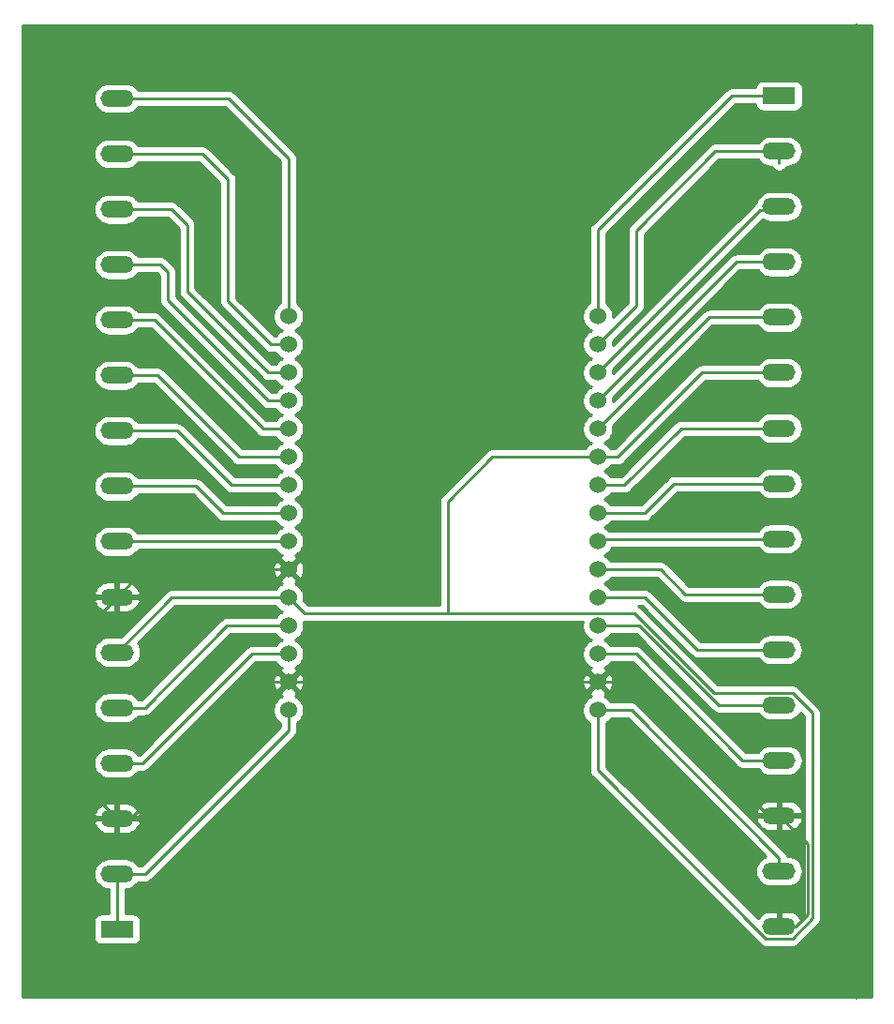
<source format=gbr>
%TF.GenerationSoftware,KiCad,Pcbnew,(5.1.8-0-10_14)*%
%TF.CreationDate,2021-01-01T23:10:54+08:00*%
%TF.ProjectId,nodemcu shield,6e6f6465-6d63-4752-9073-6869656c642e,rev?*%
%TF.SameCoordinates,Original*%
%TF.FileFunction,Copper,L2,Bot*%
%TF.FilePolarity,Positive*%
%FSLAX46Y46*%
G04 Gerber Fmt 4.6, Leading zero omitted, Abs format (unit mm)*
G04 Created by KiCad (PCBNEW (5.1.8-0-10_14)) date 2021-01-01 23:10:54*
%MOMM*%
%LPD*%
G01*
G04 APERTURE LIST*
%TA.AperFunction,ComponentPad*%
%ADD10C,1.524000*%
%TD*%
%TA.AperFunction,ComponentPad*%
%ADD11O,3.000000X1.500000*%
%TD*%
%TA.AperFunction,ComponentPad*%
%ADD12R,3.000000X1.500000*%
%TD*%
%TA.AperFunction,ViaPad*%
%ADD13C,3.000000*%
%TD*%
%TA.AperFunction,Conductor*%
%ADD14C,0.250000*%
%TD*%
%TA.AperFunction,Conductor*%
%ADD15C,0.254000*%
%TD*%
%TA.AperFunction,Conductor*%
%ADD16C,0.100000*%
%TD*%
G04 APERTURE END LIST*
D10*
%TO.P,U1,30*%
%TO.N,Net-(J2-Pad1)*%
X135610000Y-109900000D03*
%TO.P,U1,29*%
%TO.N,Net-(J2-Pad2)*%
X135610000Y-112440000D03*
%TO.P,U1,28*%
%TO.N,Net-(J2-Pad3)*%
X135610000Y-114980000D03*
%TO.P,U1,27*%
%TO.N,Net-(J2-Pad4)*%
X135610000Y-117520000D03*
%TO.P,U1,26*%
%TO.N,Net-(J2-Pad5)*%
X135610000Y-120060000D03*
%TO.P,U1,25*%
%TO.N,+3V3*%
X135610000Y-122600000D03*
%TO.P,U1,24*%
%TO.N,Net-(J2-Pad7)*%
X135610000Y-125140000D03*
%TO.P,U1,23*%
%TO.N,Net-(J2-Pad8)*%
X135610000Y-127680000D03*
%TO.P,U1,22*%
%TO.N,Net-(J2-Pad9)*%
X135610000Y-130220000D03*
%TO.P,U1,21*%
%TO.N,Net-(J2-Pad10)*%
X135610000Y-132760000D03*
%TO.P,U1,20*%
%TO.N,Net-(J2-Pad11)*%
X135610000Y-135300000D03*
%TO.P,U1,19*%
%TO.N,Net-(J2-Pad12)*%
X135610000Y-137840000D03*
%TO.P,U1,18*%
%TO.N,Net-(J2-Pad13)*%
X135610000Y-140380000D03*
%TO.P,U1,17*%
%TO.N,GND*%
X135610000Y-142920000D03*
%TO.P,U1,16*%
%TO.N,+3V3*%
X135610000Y-145460000D03*
%TO.P,U1,15*%
%TO.N,Net-(J1-Pad1)*%
X107670000Y-145460000D03*
%TO.P,U1,14*%
%TO.N,GND*%
X107670000Y-142920000D03*
%TO.P,U1,13*%
%TO.N,Net-(J1-Pad4)*%
X107670000Y-140380000D03*
%TO.P,U1,12*%
%TO.N,Net-(J1-Pad5)*%
X107670000Y-137840000D03*
%TO.P,U1,11*%
%TO.N,+3V3*%
X107670000Y-135300000D03*
%TO.P,U1,10*%
%TO.N,GND*%
X107670000Y-132760000D03*
%TO.P,U1,9*%
%TO.N,Net-(J1-Pad8)*%
X107670000Y-130220000D03*
%TO.P,U1,8*%
%TO.N,Net-(J1-Pad9)*%
X107670000Y-127680000D03*
%TO.P,U1,7*%
%TO.N,Net-(J1-Pad10)*%
X107670000Y-125140000D03*
%TO.P,U1,6*%
%TO.N,Net-(J1-Pad11)*%
X107670000Y-122600000D03*
%TO.P,U1,5*%
%TO.N,Net-(J1-Pad12)*%
X107670000Y-120060000D03*
%TO.P,U1,4*%
%TO.N,Net-(J1-Pad13)*%
X107670000Y-117520000D03*
%TO.P,U1,3*%
%TO.N,Net-(J1-Pad14)*%
X107670000Y-114980000D03*
%TO.P,U1,2*%
%TO.N,Net-(J1-Pad15)*%
X107670000Y-112440000D03*
%TO.P,U1,1*%
%TO.N,Net-(J1-Pad16)*%
X107670000Y-109900000D03*
%TD*%
D11*
%TO.P,J2,16*%
%TO.N,GND*%
X152000000Y-165000000D03*
%TO.P,J2,15*%
%TO.N,+3V3*%
X152000000Y-160000000D03*
%TO.P,J2,14*%
%TO.N,GND*%
X152000000Y-155000000D03*
%TO.P,J2,13*%
%TO.N,Net-(J2-Pad13)*%
X152000000Y-150000000D03*
%TO.P,J2,12*%
%TO.N,Net-(J2-Pad12)*%
X152000000Y-145000000D03*
%TO.P,J2,11*%
%TO.N,Net-(J2-Pad11)*%
X152000000Y-140000000D03*
%TO.P,J2,10*%
%TO.N,Net-(J2-Pad10)*%
X152000000Y-135000000D03*
%TO.P,J2,9*%
%TO.N,Net-(J2-Pad9)*%
X152000000Y-130000000D03*
%TO.P,J2,8*%
%TO.N,Net-(J2-Pad8)*%
X152000000Y-125000000D03*
%TO.P,J2,7*%
%TO.N,Net-(J2-Pad7)*%
X152000000Y-120000000D03*
%TO.P,J2,6*%
%TO.N,+3V3*%
X152000000Y-115000000D03*
%TO.P,J2,5*%
%TO.N,Net-(J2-Pad5)*%
X152000000Y-110000000D03*
%TO.P,J2,4*%
%TO.N,Net-(J2-Pad4)*%
X152000000Y-105000000D03*
%TO.P,J2,3*%
%TO.N,Net-(J2-Pad3)*%
X152000000Y-100000000D03*
%TO.P,J2,2*%
%TO.N,Net-(J2-Pad2)*%
X152000000Y-95000000D03*
D12*
%TO.P,J2,1*%
%TO.N,Net-(J2-Pad1)*%
X152000000Y-90000000D03*
%TD*%
D11*
%TO.P,J1,16*%
%TO.N,Net-(J1-Pad16)*%
X92190000Y-90240000D03*
%TO.P,J1,15*%
%TO.N,Net-(J1-Pad15)*%
X92190000Y-95240000D03*
%TO.P,J1,14*%
%TO.N,Net-(J1-Pad14)*%
X92190000Y-100240000D03*
%TO.P,J1,13*%
%TO.N,Net-(J1-Pad13)*%
X92190000Y-105240000D03*
%TO.P,J1,12*%
%TO.N,Net-(J1-Pad12)*%
X92190000Y-110240000D03*
%TO.P,J1,11*%
%TO.N,Net-(J1-Pad11)*%
X92190000Y-115240000D03*
%TO.P,J1,10*%
%TO.N,Net-(J1-Pad10)*%
X92190000Y-120240000D03*
%TO.P,J1,9*%
%TO.N,Net-(J1-Pad9)*%
X92190000Y-125240000D03*
%TO.P,J1,8*%
%TO.N,Net-(J1-Pad8)*%
X92190000Y-130240000D03*
%TO.P,J1,7*%
%TO.N,GND*%
X92190000Y-135240000D03*
%TO.P,J1,6*%
%TO.N,+3V3*%
X92190000Y-140240000D03*
%TO.P,J1,5*%
%TO.N,Net-(J1-Pad5)*%
X92190000Y-145240000D03*
%TO.P,J1,4*%
%TO.N,Net-(J1-Pad4)*%
X92190000Y-150240000D03*
%TO.P,J1,3*%
%TO.N,GND*%
X92190000Y-155240000D03*
%TO.P,J1,2*%
%TO.N,Net-(J1-Pad1)*%
X92190000Y-160240000D03*
D12*
%TO.P,J1,1*%
X92190000Y-165240000D03*
%TD*%
D13*
%TO.N,GND*%
X85100000Y-85100000D03*
X159000000Y-85000000D03*
X159000000Y-170100000D03*
X85100000Y-169800000D03*
%TD*%
D14*
%TO.N,Net-(J1-Pad16)*%
X107670000Y-109900000D02*
X107670000Y-95630000D01*
X102280000Y-90240000D02*
X92190000Y-90240000D01*
X107670000Y-95630000D02*
X102280000Y-90240000D01*
%TO.N,Net-(J1-Pad15)*%
X107670000Y-112440000D02*
X106090000Y-112440000D01*
X106090000Y-112440000D02*
X102200000Y-108550000D01*
X102200000Y-108550000D02*
X102200000Y-97550000D01*
X99890000Y-95240000D02*
X92190000Y-95240000D01*
X102200000Y-97550000D02*
X99890000Y-95240000D01*
%TO.N,Net-(J1-Pad14)*%
X107670000Y-114980000D02*
X105840000Y-114980000D01*
X105840000Y-114980000D02*
X98500000Y-107640000D01*
X98500000Y-107640000D02*
X98500000Y-101670000D01*
X97070000Y-100240000D02*
X92190000Y-100240000D01*
X98500000Y-101670000D02*
X97070000Y-100240000D01*
%TO.N,Net-(J1-Pad13)*%
X92190000Y-105240000D02*
X96100000Y-105240000D01*
X96100000Y-105240000D02*
X96750000Y-105890000D01*
X96750000Y-105890000D02*
X96750000Y-108450000D01*
X105820000Y-117520000D02*
X107670000Y-117520000D01*
X96750000Y-108450000D02*
X105820000Y-117520000D01*
%TO.N,Net-(J1-Pad12)*%
X107670000Y-120060000D02*
X105370000Y-120060000D01*
X95550000Y-110240000D02*
X92190000Y-110240000D01*
X105370000Y-120060000D02*
X95550000Y-110240000D01*
%TO.N,Net-(J1-Pad11)*%
X107670000Y-122600000D02*
X103180000Y-122600000D01*
X95820000Y-115240000D02*
X92190000Y-115240000D01*
X103180000Y-122600000D02*
X95820000Y-115240000D01*
%TO.N,Net-(J1-Pad10)*%
X107670000Y-125140000D02*
X102520000Y-125140000D01*
X97620000Y-120240000D02*
X92190000Y-120240000D01*
X102520000Y-125140000D02*
X97620000Y-120240000D01*
%TO.N,Net-(J1-Pad9)*%
X107670000Y-127680000D02*
X101770000Y-127680000D01*
X99330000Y-125240000D02*
X92190000Y-125240000D01*
X101770000Y-127680000D02*
X99330000Y-125240000D01*
%TO.N,Net-(J1-Pad8)*%
X92210000Y-130220000D02*
X92190000Y-130240000D01*
X107670000Y-130220000D02*
X92210000Y-130220000D01*
%TO.N,+3V3*%
X97130000Y-135300000D02*
X92190000Y-140240000D01*
X107670000Y-135300000D02*
X97130000Y-135300000D01*
X152000000Y-160000000D02*
X152000000Y-158810000D01*
X138650000Y-145460000D02*
X135610000Y-145460000D01*
X152000000Y-158810000D02*
X138650000Y-145460000D01*
X152000000Y-115000000D02*
X145030000Y-115000000D01*
X137430000Y-122600000D02*
X135610000Y-122600000D01*
X145030000Y-115000000D02*
X137430000Y-122600000D01*
X150804717Y-166075010D02*
X135610000Y-150880293D01*
X155000009Y-164270284D02*
X153195283Y-166075010D01*
X153195283Y-166075010D02*
X150804717Y-166075010D01*
X155000009Y-145729716D02*
X155000009Y-164270284D01*
X153195283Y-143924990D02*
X155000009Y-145729716D01*
X146111400Y-143924990D02*
X153195283Y-143924990D01*
X135610000Y-150880293D02*
X135610000Y-145460000D01*
X138939409Y-136752999D02*
X146111400Y-143924990D01*
X107670000Y-135300000D02*
X109122999Y-136752999D01*
X135610000Y-122600000D02*
X126100000Y-122600000D01*
X126100000Y-122600000D02*
X122047001Y-126652999D01*
X122047001Y-126652999D02*
X122047001Y-136752999D01*
X122047001Y-136752999D02*
X138939409Y-136752999D01*
X109122999Y-136752999D02*
X122047001Y-136752999D01*
%TO.N,Net-(J1-Pad5)*%
X107670000Y-137840000D02*
X102090000Y-137840000D01*
X94690000Y-145240000D02*
X92190000Y-145240000D01*
X102090000Y-137840000D02*
X94690000Y-145240000D01*
%TO.N,Net-(J1-Pad4)*%
X107670000Y-140380000D02*
X104370000Y-140380000D01*
X94510000Y-150240000D02*
X92190000Y-150240000D01*
X104370000Y-140380000D02*
X94510000Y-150240000D01*
%TO.N,GND*%
X94670000Y-132760000D02*
X92190000Y-135240000D01*
X107670000Y-132760000D02*
X94670000Y-132760000D01*
X107670000Y-142920000D02*
X105660000Y-142920000D01*
X93340000Y-155240000D02*
X92190000Y-155240000D01*
X105660000Y-142920000D02*
X93340000Y-155240000D01*
X92190000Y-155240000D02*
X89220000Y-152270000D01*
X89220000Y-138210000D02*
X92190000Y-135240000D01*
X89220000Y-152270000D02*
X89220000Y-138210000D01*
X152000000Y-165000000D02*
X153460000Y-165000000D01*
X153460000Y-165000000D02*
X154550000Y-163910000D01*
X154550000Y-157550000D02*
X152000000Y-155000000D01*
X154550000Y-163910000D02*
X154550000Y-157550000D01*
X152000000Y-155000000D02*
X151040000Y-155000000D01*
X138960000Y-142920000D02*
X135610000Y-142920000D01*
X151040000Y-155000000D02*
X138960000Y-142920000D01*
X135610000Y-142920000D02*
X107670000Y-142920000D01*
%TO.N,Net-(J2-Pad13)*%
X152000000Y-150000000D02*
X148700000Y-150000000D01*
X139080000Y-140380000D02*
X135610000Y-140380000D01*
X148700000Y-150000000D02*
X139080000Y-140380000D01*
%TO.N,Net-(J2-Pad12)*%
X152000000Y-145000000D02*
X146550000Y-145000000D01*
X139390000Y-137840000D02*
X135610000Y-137840000D01*
X146550000Y-145000000D02*
X139390000Y-137840000D01*
%TO.N,Net-(J2-Pad11)*%
X152000000Y-140000000D02*
X144590000Y-140000000D01*
X139890000Y-135300000D02*
X135610000Y-135300000D01*
X144590000Y-140000000D02*
X139890000Y-135300000D01*
%TO.N,Net-(J2-Pad10)*%
X152000000Y-135000000D02*
X143530000Y-135000000D01*
X141290000Y-132760000D02*
X135610000Y-132760000D01*
X143530000Y-135000000D02*
X141290000Y-132760000D01*
%TO.N,Net-(J2-Pad9)*%
X135830000Y-130000000D02*
X135610000Y-130220000D01*
X152000000Y-130000000D02*
X135830000Y-130000000D01*
%TO.N,Net-(J2-Pad8)*%
X152000000Y-125000000D02*
X142500000Y-125000000D01*
X139820000Y-127680000D02*
X135610000Y-127680000D01*
X142500000Y-125000000D02*
X139820000Y-127680000D01*
%TO.N,Net-(J2-Pad7)*%
X152000000Y-120000000D02*
X143170000Y-120000000D01*
X138030000Y-125140000D02*
X135610000Y-125140000D01*
X143170000Y-120000000D02*
X138030000Y-125140000D01*
%TO.N,Net-(J2-Pad5)*%
X145670000Y-110000000D02*
X135610000Y-120060000D01*
X152000000Y-110000000D02*
X145670000Y-110000000D01*
%TO.N,Net-(J2-Pad4)*%
X148130000Y-105000000D02*
X135610000Y-117520000D01*
X152000000Y-105000000D02*
X148130000Y-105000000D01*
%TO.N,Net-(J2-Pad3)*%
X135610000Y-114980000D02*
X150300000Y-100290000D01*
X151710000Y-100290000D02*
X152000000Y-100000000D01*
X150300000Y-100290000D02*
X151710000Y-100290000D01*
%TO.N,Net-(J2-Pad2)*%
X152000000Y-96050000D02*
X152000000Y-95000000D01*
X152000000Y-95000000D02*
X146250000Y-95000000D01*
X146250000Y-95000000D02*
X139070000Y-102180000D01*
X139070000Y-108980000D02*
X135610000Y-112440000D01*
X139070000Y-102180000D02*
X139070000Y-108980000D01*
%TO.N,Net-(J2-Pad1)*%
X135610000Y-109900000D02*
X135610000Y-102130000D01*
X147740000Y-90000000D02*
X152000000Y-90000000D01*
X135610000Y-102130000D02*
X147740000Y-90000000D01*
%TO.N,Net-(J1-Pad1)*%
X107670000Y-145460000D02*
X107670000Y-147310000D01*
X94740000Y-160240000D02*
X92190000Y-160240000D01*
X107670000Y-147310000D02*
X94740000Y-160240000D01*
X92190000Y-165240000D02*
X92190000Y-160240000D01*
%TD*%
D15*
%TO.N,GND*%
X160340001Y-171340000D02*
X83660000Y-171340000D01*
X83660000Y-160240000D01*
X90048299Y-160240000D01*
X90075040Y-160511507D01*
X90154236Y-160772581D01*
X90282843Y-161013188D01*
X90455919Y-161224081D01*
X90666812Y-161397157D01*
X90907419Y-161525764D01*
X91168493Y-161604960D01*
X91371963Y-161625000D01*
X91430001Y-161625000D01*
X91430000Y-163851928D01*
X90690000Y-163851928D01*
X90565518Y-163864188D01*
X90445820Y-163900498D01*
X90335506Y-163959463D01*
X90238815Y-164038815D01*
X90159463Y-164135506D01*
X90100498Y-164245820D01*
X90064188Y-164365518D01*
X90051928Y-164490000D01*
X90051928Y-165990000D01*
X90064188Y-166114482D01*
X90100498Y-166234180D01*
X90159463Y-166344494D01*
X90238815Y-166441185D01*
X90335506Y-166520537D01*
X90445820Y-166579502D01*
X90565518Y-166615812D01*
X90690000Y-166628072D01*
X93690000Y-166628072D01*
X93814482Y-166615812D01*
X93934180Y-166579502D01*
X94044494Y-166520537D01*
X94141185Y-166441185D01*
X94220537Y-166344494D01*
X94279502Y-166234180D01*
X94315812Y-166114482D01*
X94328072Y-165990000D01*
X94328072Y-164490000D01*
X94315812Y-164365518D01*
X94279502Y-164245820D01*
X94220537Y-164135506D01*
X94141185Y-164038815D01*
X94044494Y-163959463D01*
X93934180Y-163900498D01*
X93814482Y-163864188D01*
X93690000Y-163851928D01*
X92950000Y-163851928D01*
X92950000Y-161625000D01*
X93008037Y-161625000D01*
X93211507Y-161604960D01*
X93472581Y-161525764D01*
X93713188Y-161397157D01*
X93924081Y-161224081D01*
X94097157Y-161013188D01*
X94104206Y-161000000D01*
X94702678Y-161000000D01*
X94740000Y-161003676D01*
X94777322Y-161000000D01*
X94777333Y-161000000D01*
X94888986Y-160989003D01*
X95032247Y-160945546D01*
X95164276Y-160874974D01*
X95280001Y-160780001D01*
X95303804Y-160750997D01*
X108181003Y-147873799D01*
X108210001Y-147850001D01*
X108304974Y-147734276D01*
X108375546Y-147602247D01*
X108419003Y-147458986D01*
X108430000Y-147347333D01*
X108430000Y-147347324D01*
X108433676Y-147310001D01*
X108430000Y-147272678D01*
X108430000Y-146632341D01*
X108560535Y-146545120D01*
X108755120Y-146350535D01*
X108908005Y-146121727D01*
X109013314Y-145867490D01*
X109067000Y-145597592D01*
X109067000Y-145322408D01*
X109013314Y-145052510D01*
X108908005Y-144798273D01*
X108755120Y-144569465D01*
X108560535Y-144374880D01*
X108331727Y-144221995D01*
X108260057Y-144192308D01*
X108273023Y-144187636D01*
X108388980Y-144125656D01*
X108455960Y-143885565D01*
X107670000Y-143099605D01*
X106884040Y-143885565D01*
X106951020Y-144125656D01*
X107086760Y-144189485D01*
X107008273Y-144221995D01*
X106779465Y-144374880D01*
X106584880Y-144569465D01*
X106431995Y-144798273D01*
X106326686Y-145052510D01*
X106273000Y-145322408D01*
X106273000Y-145597592D01*
X106326686Y-145867490D01*
X106431995Y-146121727D01*
X106584880Y-146350535D01*
X106779465Y-146545120D01*
X106910001Y-146632341D01*
X106910001Y-146995197D01*
X94425199Y-159480000D01*
X94104206Y-159480000D01*
X94097157Y-159466812D01*
X93924081Y-159255919D01*
X93713188Y-159082843D01*
X93472581Y-158954236D01*
X93211507Y-158875040D01*
X93008037Y-158855000D01*
X91371963Y-158855000D01*
X91168493Y-158875040D01*
X90907419Y-158954236D01*
X90666812Y-159082843D01*
X90455919Y-159255919D01*
X90282843Y-159466812D01*
X90154236Y-159707419D01*
X90075040Y-159968493D01*
X90048299Y-160240000D01*
X83660000Y-160240000D01*
X83660000Y-155581185D01*
X90097682Y-155581185D01*
X90111827Y-155652684D01*
X90217858Y-155903868D01*
X90370855Y-156129540D01*
X90564939Y-156321028D01*
X90792651Y-156470972D01*
X91045240Y-156573611D01*
X91313000Y-156625000D01*
X92063000Y-156625000D01*
X92063000Y-155367000D01*
X92317000Y-155367000D01*
X92317000Y-156625000D01*
X93067000Y-156625000D01*
X93334760Y-156573611D01*
X93587349Y-156470972D01*
X93815061Y-156321028D01*
X94009145Y-156129540D01*
X94162142Y-155903868D01*
X94268173Y-155652684D01*
X94282318Y-155581185D01*
X94159656Y-155367000D01*
X92317000Y-155367000D01*
X92063000Y-155367000D01*
X90220344Y-155367000D01*
X90097682Y-155581185D01*
X83660000Y-155581185D01*
X83660000Y-154898815D01*
X90097682Y-154898815D01*
X90220344Y-155113000D01*
X92063000Y-155113000D01*
X92063000Y-153855000D01*
X92317000Y-153855000D01*
X92317000Y-155113000D01*
X94159656Y-155113000D01*
X94282318Y-154898815D01*
X94268173Y-154827316D01*
X94162142Y-154576132D01*
X94009145Y-154350460D01*
X93815061Y-154158972D01*
X93587349Y-154009028D01*
X93334760Y-153906389D01*
X93067000Y-153855000D01*
X92317000Y-153855000D01*
X92063000Y-153855000D01*
X91313000Y-153855000D01*
X91045240Y-153906389D01*
X90792651Y-154009028D01*
X90564939Y-154158972D01*
X90370855Y-154350460D01*
X90217858Y-154576132D01*
X90111827Y-154827316D01*
X90097682Y-154898815D01*
X83660000Y-154898815D01*
X83660000Y-140240000D01*
X90048299Y-140240000D01*
X90075040Y-140511507D01*
X90154236Y-140772581D01*
X90282843Y-141013188D01*
X90455919Y-141224081D01*
X90666812Y-141397157D01*
X90907419Y-141525764D01*
X91168493Y-141604960D01*
X91371963Y-141625000D01*
X93008037Y-141625000D01*
X93211507Y-141604960D01*
X93472581Y-141525764D01*
X93713188Y-141397157D01*
X93924081Y-141224081D01*
X94097157Y-141013188D01*
X94225764Y-140772581D01*
X94304960Y-140511507D01*
X94331701Y-140240000D01*
X94304960Y-139968493D01*
X94225764Y-139707419D01*
X94097157Y-139466812D01*
X94070487Y-139434314D01*
X97444802Y-136060000D01*
X106497659Y-136060000D01*
X106584880Y-136190535D01*
X106779465Y-136385120D01*
X107008273Y-136538005D01*
X107085515Y-136570000D01*
X107008273Y-136601995D01*
X106779465Y-136754880D01*
X106584880Y-136949465D01*
X106497659Y-137080000D01*
X102127322Y-137080000D01*
X102089999Y-137076324D01*
X102052676Y-137080000D01*
X102052667Y-137080000D01*
X101941014Y-137090997D01*
X101797753Y-137134454D01*
X101665724Y-137205026D01*
X101549999Y-137299999D01*
X101526201Y-137328997D01*
X94375199Y-144480000D01*
X94104206Y-144480000D01*
X94097157Y-144466812D01*
X93924081Y-144255919D01*
X93713188Y-144082843D01*
X93472581Y-143954236D01*
X93211507Y-143875040D01*
X93008037Y-143855000D01*
X91371963Y-143855000D01*
X91168493Y-143875040D01*
X90907419Y-143954236D01*
X90666812Y-144082843D01*
X90455919Y-144255919D01*
X90282843Y-144466812D01*
X90154236Y-144707419D01*
X90075040Y-144968493D01*
X90048299Y-145240000D01*
X90075040Y-145511507D01*
X90154236Y-145772581D01*
X90282843Y-146013188D01*
X90455919Y-146224081D01*
X90666812Y-146397157D01*
X90907419Y-146525764D01*
X91168493Y-146604960D01*
X91371963Y-146625000D01*
X93008037Y-146625000D01*
X93211507Y-146604960D01*
X93472581Y-146525764D01*
X93713188Y-146397157D01*
X93924081Y-146224081D01*
X94097157Y-146013188D01*
X94104206Y-146000000D01*
X94652678Y-146000000D01*
X94690000Y-146003676D01*
X94727322Y-146000000D01*
X94727333Y-146000000D01*
X94838986Y-145989003D01*
X94982247Y-145945546D01*
X95114276Y-145874974D01*
X95230001Y-145780001D01*
X95253804Y-145750997D01*
X102404802Y-138600000D01*
X106497659Y-138600000D01*
X106584880Y-138730535D01*
X106779465Y-138925120D01*
X107008273Y-139078005D01*
X107085515Y-139110000D01*
X107008273Y-139141995D01*
X106779465Y-139294880D01*
X106584880Y-139489465D01*
X106497659Y-139620000D01*
X104407325Y-139620000D01*
X104370000Y-139616324D01*
X104332675Y-139620000D01*
X104332667Y-139620000D01*
X104221014Y-139630997D01*
X104077753Y-139674454D01*
X103945724Y-139745026D01*
X103829999Y-139839999D01*
X103806201Y-139868997D01*
X94195199Y-149480000D01*
X94104206Y-149480000D01*
X94097157Y-149466812D01*
X93924081Y-149255919D01*
X93713188Y-149082843D01*
X93472581Y-148954236D01*
X93211507Y-148875040D01*
X93008037Y-148855000D01*
X91371963Y-148855000D01*
X91168493Y-148875040D01*
X90907419Y-148954236D01*
X90666812Y-149082843D01*
X90455919Y-149255919D01*
X90282843Y-149466812D01*
X90154236Y-149707419D01*
X90075040Y-149968493D01*
X90048299Y-150240000D01*
X90075040Y-150511507D01*
X90154236Y-150772581D01*
X90282843Y-151013188D01*
X90455919Y-151224081D01*
X90666812Y-151397157D01*
X90907419Y-151525764D01*
X91168493Y-151604960D01*
X91371963Y-151625000D01*
X93008037Y-151625000D01*
X93211507Y-151604960D01*
X93472581Y-151525764D01*
X93713188Y-151397157D01*
X93924081Y-151224081D01*
X94097157Y-151013188D01*
X94104206Y-151000000D01*
X94472678Y-151000000D01*
X94510000Y-151003676D01*
X94547322Y-151000000D01*
X94547333Y-151000000D01*
X94658986Y-150989003D01*
X94802247Y-150945546D01*
X94934276Y-150874974D01*
X95050001Y-150780001D01*
X95073804Y-150750997D01*
X102832784Y-142992017D01*
X106268090Y-142992017D01*
X106309078Y-143264133D01*
X106402364Y-143523023D01*
X106464344Y-143638980D01*
X106704435Y-143705960D01*
X107490395Y-142920000D01*
X107849605Y-142920000D01*
X108635565Y-143705960D01*
X108875656Y-143638980D01*
X108992756Y-143389952D01*
X109059023Y-143122865D01*
X109065157Y-142992017D01*
X134208090Y-142992017D01*
X134249078Y-143264133D01*
X134342364Y-143523023D01*
X134404344Y-143638980D01*
X134644435Y-143705960D01*
X135430395Y-142920000D01*
X135789605Y-142920000D01*
X136575565Y-143705960D01*
X136815656Y-143638980D01*
X136932756Y-143389952D01*
X136999023Y-143122865D01*
X137011910Y-142847983D01*
X136970922Y-142575867D01*
X136877636Y-142316977D01*
X136815656Y-142201020D01*
X136575565Y-142134040D01*
X135789605Y-142920000D01*
X135430395Y-142920000D01*
X134644435Y-142134040D01*
X134404344Y-142201020D01*
X134287244Y-142450048D01*
X134220977Y-142717135D01*
X134208090Y-142992017D01*
X109065157Y-142992017D01*
X109071910Y-142847983D01*
X109030922Y-142575867D01*
X108937636Y-142316977D01*
X108875656Y-142201020D01*
X108635565Y-142134040D01*
X107849605Y-142920000D01*
X107490395Y-142920000D01*
X106704435Y-142134040D01*
X106464344Y-142201020D01*
X106347244Y-142450048D01*
X106280977Y-142717135D01*
X106268090Y-142992017D01*
X102832784Y-142992017D01*
X104684802Y-141140000D01*
X106497659Y-141140000D01*
X106584880Y-141270535D01*
X106779465Y-141465120D01*
X107008273Y-141618005D01*
X107079943Y-141647692D01*
X107066977Y-141652364D01*
X106951020Y-141714344D01*
X106884040Y-141954435D01*
X107670000Y-142740395D01*
X108455960Y-141954435D01*
X108388980Y-141714344D01*
X108253240Y-141650515D01*
X108331727Y-141618005D01*
X108560535Y-141465120D01*
X108755120Y-141270535D01*
X108908005Y-141041727D01*
X109013314Y-140787490D01*
X109067000Y-140517592D01*
X109067000Y-140242408D01*
X109013314Y-139972510D01*
X108908005Y-139718273D01*
X108755120Y-139489465D01*
X108560535Y-139294880D01*
X108331727Y-139141995D01*
X108254485Y-139110000D01*
X108331727Y-139078005D01*
X108560535Y-138925120D01*
X108755120Y-138730535D01*
X108908005Y-138501727D01*
X109013314Y-138247490D01*
X109067000Y-137977592D01*
X109067000Y-137702408D01*
X109028198Y-137507339D01*
X109085666Y-137512999D01*
X109085676Y-137512999D01*
X109122999Y-137516675D01*
X109160322Y-137512999D01*
X122009668Y-137512999D01*
X122047001Y-137516676D01*
X122084334Y-137512999D01*
X134250676Y-137512999D01*
X134213000Y-137702408D01*
X134213000Y-137977592D01*
X134266686Y-138247490D01*
X134371995Y-138501727D01*
X134524880Y-138730535D01*
X134719465Y-138925120D01*
X134948273Y-139078005D01*
X135025515Y-139110000D01*
X134948273Y-139141995D01*
X134719465Y-139294880D01*
X134524880Y-139489465D01*
X134371995Y-139718273D01*
X134266686Y-139972510D01*
X134213000Y-140242408D01*
X134213000Y-140517592D01*
X134266686Y-140787490D01*
X134371995Y-141041727D01*
X134524880Y-141270535D01*
X134719465Y-141465120D01*
X134948273Y-141618005D01*
X135019943Y-141647692D01*
X135006977Y-141652364D01*
X134891020Y-141714344D01*
X134824040Y-141954435D01*
X135610000Y-142740395D01*
X136395960Y-141954435D01*
X136328980Y-141714344D01*
X136193240Y-141650515D01*
X136271727Y-141618005D01*
X136500535Y-141465120D01*
X136695120Y-141270535D01*
X136782341Y-141140000D01*
X138765199Y-141140000D01*
X148136205Y-150511008D01*
X148159999Y-150540001D01*
X148188992Y-150563795D01*
X148188996Y-150563799D01*
X148218543Y-150588047D01*
X148275724Y-150634974D01*
X148407753Y-150705546D01*
X148551014Y-150749003D01*
X148662667Y-150760000D01*
X148662676Y-150760000D01*
X148699999Y-150763676D01*
X148737322Y-150760000D01*
X150085794Y-150760000D01*
X150092843Y-150773188D01*
X150265919Y-150984081D01*
X150476812Y-151157157D01*
X150717419Y-151285764D01*
X150978493Y-151364960D01*
X151181963Y-151385000D01*
X152818037Y-151385000D01*
X153021507Y-151364960D01*
X153282581Y-151285764D01*
X153523188Y-151157157D01*
X153734081Y-150984081D01*
X153907157Y-150773188D01*
X154035764Y-150532581D01*
X154114960Y-150271507D01*
X154141701Y-150000000D01*
X154114960Y-149728493D01*
X154035764Y-149467419D01*
X153907157Y-149226812D01*
X153734081Y-149015919D01*
X153523188Y-148842843D01*
X153282581Y-148714236D01*
X153021507Y-148635040D01*
X152818037Y-148615000D01*
X151181963Y-148615000D01*
X150978493Y-148635040D01*
X150717419Y-148714236D01*
X150476812Y-148842843D01*
X150265919Y-149015919D01*
X150092843Y-149226812D01*
X150085794Y-149240000D01*
X149014803Y-149240000D01*
X139643804Y-139869003D01*
X139620001Y-139839999D01*
X139504276Y-139745026D01*
X139372247Y-139674454D01*
X139228986Y-139630997D01*
X139117333Y-139620000D01*
X139117322Y-139620000D01*
X139080000Y-139616324D01*
X139042678Y-139620000D01*
X136782341Y-139620000D01*
X136695120Y-139489465D01*
X136500535Y-139294880D01*
X136271727Y-139141995D01*
X136194485Y-139110000D01*
X136271727Y-139078005D01*
X136500535Y-138925120D01*
X136695120Y-138730535D01*
X136782341Y-138600000D01*
X139075199Y-138600000D01*
X145986201Y-145511003D01*
X146009999Y-145540001D01*
X146038997Y-145563799D01*
X146125723Y-145634974D01*
X146180543Y-145664276D01*
X146257753Y-145705546D01*
X146401014Y-145749003D01*
X146512667Y-145760000D01*
X146512676Y-145760000D01*
X146549999Y-145763676D01*
X146587322Y-145760000D01*
X150085794Y-145760000D01*
X150092843Y-145773188D01*
X150265919Y-145984081D01*
X150476812Y-146157157D01*
X150717419Y-146285764D01*
X150978493Y-146364960D01*
X151181963Y-146385000D01*
X152818037Y-146385000D01*
X153021507Y-146364960D01*
X153282581Y-146285764D01*
X153523188Y-146157157D01*
X153734081Y-145984081D01*
X153907157Y-145773188D01*
X153928587Y-145733096D01*
X154240009Y-146044518D01*
X154240010Y-163955481D01*
X153926573Y-164268918D01*
X153819145Y-164110460D01*
X153625061Y-163918972D01*
X153397349Y-163769028D01*
X153144760Y-163666389D01*
X152877000Y-163615000D01*
X152127000Y-163615000D01*
X152127000Y-164873000D01*
X152147000Y-164873000D01*
X152147000Y-165127000D01*
X152127000Y-165127000D01*
X152127000Y-165147000D01*
X151873000Y-165147000D01*
X151873000Y-165127000D01*
X151853000Y-165127000D01*
X151853000Y-164873000D01*
X151873000Y-164873000D01*
X151873000Y-163615000D01*
X151123000Y-163615000D01*
X150855240Y-163666389D01*
X150602651Y-163769028D01*
X150374939Y-163918972D01*
X150180855Y-164110460D01*
X150073427Y-164268918D01*
X136370000Y-150565492D01*
X136370000Y-146632341D01*
X136500535Y-146545120D01*
X136695120Y-146350535D01*
X136782341Y-146220000D01*
X138335199Y-146220000D01*
X150803363Y-158688165D01*
X150717419Y-158714236D01*
X150476812Y-158842843D01*
X150265919Y-159015919D01*
X150092843Y-159226812D01*
X149964236Y-159467419D01*
X149885040Y-159728493D01*
X149858299Y-160000000D01*
X149885040Y-160271507D01*
X149964236Y-160532581D01*
X150092843Y-160773188D01*
X150265919Y-160984081D01*
X150476812Y-161157157D01*
X150717419Y-161285764D01*
X150978493Y-161364960D01*
X151181963Y-161385000D01*
X152818037Y-161385000D01*
X153021507Y-161364960D01*
X153282581Y-161285764D01*
X153523188Y-161157157D01*
X153734081Y-160984081D01*
X153907157Y-160773188D01*
X154035764Y-160532581D01*
X154114960Y-160271507D01*
X154141701Y-160000000D01*
X154114960Y-159728493D01*
X154035764Y-159467419D01*
X153907157Y-159226812D01*
X153734081Y-159015919D01*
X153523188Y-158842843D01*
X153282581Y-158714236D01*
X153021507Y-158635040D01*
X152818037Y-158615000D01*
X152735045Y-158615000D01*
X152705546Y-158517753D01*
X152634974Y-158385723D01*
X152563799Y-158298997D01*
X152540001Y-158269999D01*
X152511003Y-158246201D01*
X149605987Y-155341185D01*
X149907682Y-155341185D01*
X149921827Y-155412684D01*
X150027858Y-155663868D01*
X150180855Y-155889540D01*
X150374939Y-156081028D01*
X150602651Y-156230972D01*
X150855240Y-156333611D01*
X151123000Y-156385000D01*
X151873000Y-156385000D01*
X151873000Y-155127000D01*
X152127000Y-155127000D01*
X152127000Y-156385000D01*
X152877000Y-156385000D01*
X153144760Y-156333611D01*
X153397349Y-156230972D01*
X153625061Y-156081028D01*
X153819145Y-155889540D01*
X153972142Y-155663868D01*
X154078173Y-155412684D01*
X154092318Y-155341185D01*
X153969656Y-155127000D01*
X152127000Y-155127000D01*
X151873000Y-155127000D01*
X150030344Y-155127000D01*
X149907682Y-155341185D01*
X149605987Y-155341185D01*
X148923617Y-154658815D01*
X149907682Y-154658815D01*
X150030344Y-154873000D01*
X151873000Y-154873000D01*
X151873000Y-153615000D01*
X152127000Y-153615000D01*
X152127000Y-154873000D01*
X153969656Y-154873000D01*
X154092318Y-154658815D01*
X154078173Y-154587316D01*
X153972142Y-154336132D01*
X153819145Y-154110460D01*
X153625061Y-153918972D01*
X153397349Y-153769028D01*
X153144760Y-153666389D01*
X152877000Y-153615000D01*
X152127000Y-153615000D01*
X151873000Y-153615000D01*
X151123000Y-153615000D01*
X150855240Y-153666389D01*
X150602651Y-153769028D01*
X150374939Y-153918972D01*
X150180855Y-154110460D01*
X150027858Y-154336132D01*
X149921827Y-154587316D01*
X149907682Y-154658815D01*
X148923617Y-154658815D01*
X139213804Y-144949003D01*
X139190001Y-144919999D01*
X139074276Y-144825026D01*
X138942247Y-144754454D01*
X138798986Y-144710997D01*
X138687333Y-144700000D01*
X138687322Y-144700000D01*
X138650000Y-144696324D01*
X138612678Y-144700000D01*
X136782341Y-144700000D01*
X136695120Y-144569465D01*
X136500535Y-144374880D01*
X136271727Y-144221995D01*
X136200057Y-144192308D01*
X136213023Y-144187636D01*
X136328980Y-144125656D01*
X136395960Y-143885565D01*
X135610000Y-143099605D01*
X134824040Y-143885565D01*
X134891020Y-144125656D01*
X135026760Y-144189485D01*
X134948273Y-144221995D01*
X134719465Y-144374880D01*
X134524880Y-144569465D01*
X134371995Y-144798273D01*
X134266686Y-145052510D01*
X134213000Y-145322408D01*
X134213000Y-145597592D01*
X134266686Y-145867490D01*
X134371995Y-146121727D01*
X134524880Y-146350535D01*
X134719465Y-146545120D01*
X134850001Y-146632341D01*
X134850000Y-150842970D01*
X134846324Y-150880293D01*
X134850000Y-150917615D01*
X134850000Y-150917625D01*
X134860997Y-151029278D01*
X134899788Y-151157157D01*
X134904454Y-151172539D01*
X134975026Y-151304569D01*
X135014871Y-151353119D01*
X135069999Y-151420294D01*
X135099003Y-151444097D01*
X150240918Y-166586013D01*
X150264716Y-166615011D01*
X150380441Y-166709984D01*
X150512470Y-166780556D01*
X150655731Y-166824013D01*
X150767384Y-166835010D01*
X150767394Y-166835010D01*
X150804717Y-166838686D01*
X150842040Y-166835010D01*
X153157961Y-166835010D01*
X153195283Y-166838686D01*
X153232605Y-166835010D01*
X153232616Y-166835010D01*
X153344269Y-166824013D01*
X153487530Y-166780556D01*
X153619559Y-166709984D01*
X153735284Y-166615011D01*
X153759087Y-166586007D01*
X155511012Y-164834083D01*
X155540010Y-164810285D01*
X155566341Y-164778201D01*
X155634983Y-164694561D01*
X155705555Y-164562531D01*
X155749012Y-164419270D01*
X155760009Y-164307617D01*
X155760009Y-164307607D01*
X155763685Y-164270284D01*
X155760009Y-164232962D01*
X155760009Y-145767038D01*
X155763685Y-145729716D01*
X155760009Y-145692393D01*
X155760009Y-145692383D01*
X155749012Y-145580730D01*
X155705555Y-145437469D01*
X155679640Y-145388986D01*
X155634983Y-145305439D01*
X155563808Y-145218713D01*
X155540010Y-145189715D01*
X155511013Y-145165918D01*
X153759087Y-143413993D01*
X153735284Y-143384989D01*
X153619559Y-143290016D01*
X153487530Y-143219444D01*
X153344269Y-143175987D01*
X153232616Y-143164990D01*
X153232605Y-143164990D01*
X153195283Y-143161314D01*
X153157961Y-143164990D01*
X146426202Y-143164990D01*
X139503213Y-136242002D01*
X139479410Y-136212998D01*
X139363685Y-136118025D01*
X139255129Y-136060000D01*
X139575199Y-136060000D01*
X144026201Y-140511003D01*
X144049999Y-140540001D01*
X144165724Y-140634974D01*
X144297753Y-140705546D01*
X144441014Y-140749003D01*
X144552667Y-140760000D01*
X144552675Y-140760000D01*
X144590000Y-140763676D01*
X144627325Y-140760000D01*
X150085794Y-140760000D01*
X150092843Y-140773188D01*
X150265919Y-140984081D01*
X150476812Y-141157157D01*
X150717419Y-141285764D01*
X150978493Y-141364960D01*
X151181963Y-141385000D01*
X152818037Y-141385000D01*
X153021507Y-141364960D01*
X153282581Y-141285764D01*
X153523188Y-141157157D01*
X153734081Y-140984081D01*
X153907157Y-140773188D01*
X154035764Y-140532581D01*
X154114960Y-140271507D01*
X154141701Y-140000000D01*
X154114960Y-139728493D01*
X154035764Y-139467419D01*
X153907157Y-139226812D01*
X153734081Y-139015919D01*
X153523188Y-138842843D01*
X153282581Y-138714236D01*
X153021507Y-138635040D01*
X152818037Y-138615000D01*
X151181963Y-138615000D01*
X150978493Y-138635040D01*
X150717419Y-138714236D01*
X150476812Y-138842843D01*
X150265919Y-139015919D01*
X150092843Y-139226812D01*
X150085794Y-139240000D01*
X144904802Y-139240000D01*
X140453804Y-134789003D01*
X140430001Y-134759999D01*
X140314276Y-134665026D01*
X140182247Y-134594454D01*
X140038986Y-134550997D01*
X139927333Y-134540000D01*
X139927322Y-134540000D01*
X139890000Y-134536324D01*
X139852678Y-134540000D01*
X136782341Y-134540000D01*
X136695120Y-134409465D01*
X136500535Y-134214880D01*
X136271727Y-134061995D01*
X136194485Y-134030000D01*
X136271727Y-133998005D01*
X136500535Y-133845120D01*
X136695120Y-133650535D01*
X136782341Y-133520000D01*
X140975199Y-133520000D01*
X142966205Y-135511008D01*
X142989999Y-135540001D01*
X143018992Y-135563795D01*
X143018996Y-135563799D01*
X143089685Y-135621811D01*
X143105724Y-135634974D01*
X143237753Y-135705546D01*
X143381014Y-135749003D01*
X143492667Y-135760000D01*
X143492676Y-135760000D01*
X143529999Y-135763676D01*
X143567322Y-135760000D01*
X150085794Y-135760000D01*
X150092843Y-135773188D01*
X150265919Y-135984081D01*
X150476812Y-136157157D01*
X150717419Y-136285764D01*
X150978493Y-136364960D01*
X151181963Y-136385000D01*
X152818037Y-136385000D01*
X153021507Y-136364960D01*
X153282581Y-136285764D01*
X153523188Y-136157157D01*
X153734081Y-135984081D01*
X153907157Y-135773188D01*
X154035764Y-135532581D01*
X154114960Y-135271507D01*
X154141701Y-135000000D01*
X154114960Y-134728493D01*
X154035764Y-134467419D01*
X153907157Y-134226812D01*
X153734081Y-134015919D01*
X153523188Y-133842843D01*
X153282581Y-133714236D01*
X153021507Y-133635040D01*
X152818037Y-133615000D01*
X151181963Y-133615000D01*
X150978493Y-133635040D01*
X150717419Y-133714236D01*
X150476812Y-133842843D01*
X150265919Y-134015919D01*
X150092843Y-134226812D01*
X150085794Y-134240000D01*
X143844803Y-134240000D01*
X141853804Y-132249002D01*
X141830001Y-132219999D01*
X141714276Y-132125026D01*
X141582247Y-132054454D01*
X141438986Y-132010997D01*
X141327333Y-132000000D01*
X141327322Y-132000000D01*
X141290000Y-131996324D01*
X141252678Y-132000000D01*
X136782341Y-132000000D01*
X136695120Y-131869465D01*
X136500535Y-131674880D01*
X136271727Y-131521995D01*
X136194485Y-131490000D01*
X136271727Y-131458005D01*
X136500535Y-131305120D01*
X136695120Y-131110535D01*
X136848005Y-130881727D01*
X136898426Y-130760000D01*
X150085794Y-130760000D01*
X150092843Y-130773188D01*
X150265919Y-130984081D01*
X150476812Y-131157157D01*
X150717419Y-131285764D01*
X150978493Y-131364960D01*
X151181963Y-131385000D01*
X152818037Y-131385000D01*
X153021507Y-131364960D01*
X153282581Y-131285764D01*
X153523188Y-131157157D01*
X153734081Y-130984081D01*
X153907157Y-130773188D01*
X154035764Y-130532581D01*
X154114960Y-130271507D01*
X154141701Y-130000000D01*
X154114960Y-129728493D01*
X154035764Y-129467419D01*
X153907157Y-129226812D01*
X153734081Y-129015919D01*
X153523188Y-128842843D01*
X153282581Y-128714236D01*
X153021507Y-128635040D01*
X152818037Y-128615000D01*
X151181963Y-128615000D01*
X150978493Y-128635040D01*
X150717419Y-128714236D01*
X150476812Y-128842843D01*
X150265919Y-129015919D01*
X150092843Y-129226812D01*
X150085794Y-129240000D01*
X136605655Y-129240000D01*
X136500535Y-129134880D01*
X136271727Y-128981995D01*
X136194485Y-128950000D01*
X136271727Y-128918005D01*
X136500535Y-128765120D01*
X136695120Y-128570535D01*
X136782341Y-128440000D01*
X139782678Y-128440000D01*
X139820000Y-128443676D01*
X139857322Y-128440000D01*
X139857333Y-128440000D01*
X139968986Y-128429003D01*
X140112247Y-128385546D01*
X140244276Y-128314974D01*
X140360001Y-128220001D01*
X140383804Y-128190997D01*
X142814802Y-125760000D01*
X150085794Y-125760000D01*
X150092843Y-125773188D01*
X150265919Y-125984081D01*
X150476812Y-126157157D01*
X150717419Y-126285764D01*
X150978493Y-126364960D01*
X151181963Y-126385000D01*
X152818037Y-126385000D01*
X153021507Y-126364960D01*
X153282581Y-126285764D01*
X153523188Y-126157157D01*
X153734081Y-125984081D01*
X153907157Y-125773188D01*
X154035764Y-125532581D01*
X154114960Y-125271507D01*
X154141701Y-125000000D01*
X154114960Y-124728493D01*
X154035764Y-124467419D01*
X153907157Y-124226812D01*
X153734081Y-124015919D01*
X153523188Y-123842843D01*
X153282581Y-123714236D01*
X153021507Y-123635040D01*
X152818037Y-123615000D01*
X151181963Y-123615000D01*
X150978493Y-123635040D01*
X150717419Y-123714236D01*
X150476812Y-123842843D01*
X150265919Y-124015919D01*
X150092843Y-124226812D01*
X150085794Y-124240000D01*
X142537322Y-124240000D01*
X142499999Y-124236324D01*
X142462676Y-124240000D01*
X142462667Y-124240000D01*
X142351014Y-124250997D01*
X142207753Y-124294454D01*
X142075724Y-124365026D01*
X141959999Y-124459999D01*
X141936201Y-124488997D01*
X139505199Y-126920000D01*
X136782341Y-126920000D01*
X136695120Y-126789465D01*
X136500535Y-126594880D01*
X136271727Y-126441995D01*
X136194485Y-126410000D01*
X136271727Y-126378005D01*
X136500535Y-126225120D01*
X136695120Y-126030535D01*
X136782341Y-125900000D01*
X137992678Y-125900000D01*
X138030000Y-125903676D01*
X138067322Y-125900000D01*
X138067333Y-125900000D01*
X138178986Y-125889003D01*
X138322247Y-125845546D01*
X138454276Y-125774974D01*
X138570001Y-125680001D01*
X138593804Y-125650997D01*
X143484802Y-120760000D01*
X150085794Y-120760000D01*
X150092843Y-120773188D01*
X150265919Y-120984081D01*
X150476812Y-121157157D01*
X150717419Y-121285764D01*
X150978493Y-121364960D01*
X151181963Y-121385000D01*
X152818037Y-121385000D01*
X153021507Y-121364960D01*
X153282581Y-121285764D01*
X153523188Y-121157157D01*
X153734081Y-120984081D01*
X153907157Y-120773188D01*
X154035764Y-120532581D01*
X154114960Y-120271507D01*
X154141701Y-120000000D01*
X154114960Y-119728493D01*
X154035764Y-119467419D01*
X153907157Y-119226812D01*
X153734081Y-119015919D01*
X153523188Y-118842843D01*
X153282581Y-118714236D01*
X153021507Y-118635040D01*
X152818037Y-118615000D01*
X151181963Y-118615000D01*
X150978493Y-118635040D01*
X150717419Y-118714236D01*
X150476812Y-118842843D01*
X150265919Y-119015919D01*
X150092843Y-119226812D01*
X150085794Y-119240000D01*
X143207325Y-119240000D01*
X143170000Y-119236324D01*
X143132675Y-119240000D01*
X143132667Y-119240000D01*
X143021014Y-119250997D01*
X142877753Y-119294454D01*
X142745724Y-119365026D01*
X142629999Y-119459999D01*
X142606201Y-119488997D01*
X137715199Y-124380000D01*
X136782341Y-124380000D01*
X136695120Y-124249465D01*
X136500535Y-124054880D01*
X136271727Y-123901995D01*
X136194485Y-123870000D01*
X136271727Y-123838005D01*
X136500535Y-123685120D01*
X136695120Y-123490535D01*
X136782341Y-123360000D01*
X137392678Y-123360000D01*
X137430000Y-123363676D01*
X137467322Y-123360000D01*
X137467333Y-123360000D01*
X137578986Y-123349003D01*
X137722247Y-123305546D01*
X137854276Y-123234974D01*
X137970001Y-123140001D01*
X137993804Y-123110997D01*
X145344802Y-115760000D01*
X150085794Y-115760000D01*
X150092843Y-115773188D01*
X150265919Y-115984081D01*
X150476812Y-116157157D01*
X150717419Y-116285764D01*
X150978493Y-116364960D01*
X151181963Y-116385000D01*
X152818037Y-116385000D01*
X153021507Y-116364960D01*
X153282581Y-116285764D01*
X153523188Y-116157157D01*
X153734081Y-115984081D01*
X153907157Y-115773188D01*
X154035764Y-115532581D01*
X154114960Y-115271507D01*
X154141701Y-115000000D01*
X154114960Y-114728493D01*
X154035764Y-114467419D01*
X153907157Y-114226812D01*
X153734081Y-114015919D01*
X153523188Y-113842843D01*
X153282581Y-113714236D01*
X153021507Y-113635040D01*
X152818037Y-113615000D01*
X151181963Y-113615000D01*
X150978493Y-113635040D01*
X150717419Y-113714236D01*
X150476812Y-113842843D01*
X150265919Y-114015919D01*
X150092843Y-114226812D01*
X150085794Y-114240000D01*
X145067322Y-114240000D01*
X145029999Y-114236324D01*
X144992676Y-114240000D01*
X144992667Y-114240000D01*
X144881014Y-114250997D01*
X144737753Y-114294454D01*
X144605723Y-114365026D01*
X144522083Y-114433668D01*
X144489999Y-114459999D01*
X144466201Y-114488997D01*
X137115199Y-121840000D01*
X136782341Y-121840000D01*
X136695120Y-121709465D01*
X136500535Y-121514880D01*
X136271727Y-121361995D01*
X136194485Y-121330000D01*
X136271727Y-121298005D01*
X136500535Y-121145120D01*
X136695120Y-120950535D01*
X136848005Y-120721727D01*
X136953314Y-120467490D01*
X137007000Y-120197592D01*
X137007000Y-119922408D01*
X136976372Y-119768429D01*
X145984803Y-110760000D01*
X150085794Y-110760000D01*
X150092843Y-110773188D01*
X150265919Y-110984081D01*
X150476812Y-111157157D01*
X150717419Y-111285764D01*
X150978493Y-111364960D01*
X151181963Y-111385000D01*
X152818037Y-111385000D01*
X153021507Y-111364960D01*
X153282581Y-111285764D01*
X153523188Y-111157157D01*
X153734081Y-110984081D01*
X153907157Y-110773188D01*
X154035764Y-110532581D01*
X154114960Y-110271507D01*
X154141701Y-110000000D01*
X154114960Y-109728493D01*
X154035764Y-109467419D01*
X153907157Y-109226812D01*
X153734081Y-109015919D01*
X153523188Y-108842843D01*
X153282581Y-108714236D01*
X153021507Y-108635040D01*
X152818037Y-108615000D01*
X151181963Y-108615000D01*
X150978493Y-108635040D01*
X150717419Y-108714236D01*
X150476812Y-108842843D01*
X150265919Y-109015919D01*
X150092843Y-109226812D01*
X150085794Y-109240000D01*
X145707322Y-109240000D01*
X145669999Y-109236324D01*
X145632676Y-109240000D01*
X145632667Y-109240000D01*
X145521014Y-109250997D01*
X145377753Y-109294454D01*
X145245724Y-109365026D01*
X145245722Y-109365027D01*
X145245723Y-109365027D01*
X145158996Y-109436201D01*
X145158992Y-109436205D01*
X145129999Y-109459999D01*
X145106205Y-109488992D01*
X137007000Y-117588199D01*
X137007000Y-117382408D01*
X136976372Y-117228429D01*
X148444802Y-105760000D01*
X150085794Y-105760000D01*
X150092843Y-105773188D01*
X150265919Y-105984081D01*
X150476812Y-106157157D01*
X150717419Y-106285764D01*
X150978493Y-106364960D01*
X151181963Y-106385000D01*
X152818037Y-106385000D01*
X153021507Y-106364960D01*
X153282581Y-106285764D01*
X153523188Y-106157157D01*
X153734081Y-105984081D01*
X153907157Y-105773188D01*
X154035764Y-105532581D01*
X154114960Y-105271507D01*
X154141701Y-105000000D01*
X154114960Y-104728493D01*
X154035764Y-104467419D01*
X153907157Y-104226812D01*
X153734081Y-104015919D01*
X153523188Y-103842843D01*
X153282581Y-103714236D01*
X153021507Y-103635040D01*
X152818037Y-103615000D01*
X151181963Y-103615000D01*
X150978493Y-103635040D01*
X150717419Y-103714236D01*
X150476812Y-103842843D01*
X150265919Y-104015919D01*
X150092843Y-104226812D01*
X150085794Y-104240000D01*
X148167323Y-104240000D01*
X148130000Y-104236324D01*
X148092677Y-104240000D01*
X148092667Y-104240000D01*
X147981014Y-104250997D01*
X147837753Y-104294454D01*
X147705724Y-104365026D01*
X147589999Y-104459999D01*
X147566201Y-104488997D01*
X137007000Y-115048199D01*
X137007000Y-114842408D01*
X136976372Y-114688429D01*
X150496905Y-101167897D01*
X150717419Y-101285764D01*
X150978493Y-101364960D01*
X151181963Y-101385000D01*
X152818037Y-101385000D01*
X153021507Y-101364960D01*
X153282581Y-101285764D01*
X153523188Y-101157157D01*
X153734081Y-100984081D01*
X153907157Y-100773188D01*
X154035764Y-100532581D01*
X154114960Y-100271507D01*
X154141701Y-100000000D01*
X154114960Y-99728493D01*
X154035764Y-99467419D01*
X153907157Y-99226812D01*
X153734081Y-99015919D01*
X153523188Y-98842843D01*
X153282581Y-98714236D01*
X153021507Y-98635040D01*
X152818037Y-98615000D01*
X151181963Y-98615000D01*
X150978493Y-98635040D01*
X150717419Y-98714236D01*
X150476812Y-98842843D01*
X150265919Y-99015919D01*
X150092843Y-99226812D01*
X149964236Y-99467419D01*
X149913442Y-99634865D01*
X149875724Y-99655026D01*
X149759999Y-99749999D01*
X149736201Y-99778997D01*
X137007000Y-112508199D01*
X137007000Y-112302408D01*
X136976372Y-112148429D01*
X139581003Y-109543799D01*
X139610001Y-109520001D01*
X139659243Y-109460000D01*
X139704974Y-109404277D01*
X139775546Y-109272247D01*
X139785328Y-109240000D01*
X139819003Y-109128986D01*
X139830000Y-109017333D01*
X139830000Y-109017323D01*
X139833676Y-108980000D01*
X139830000Y-108942677D01*
X139830000Y-102494801D01*
X146564803Y-95760000D01*
X150085794Y-95760000D01*
X150092843Y-95773188D01*
X150265919Y-95984081D01*
X150476812Y-96157157D01*
X150717419Y-96285764D01*
X150978493Y-96364960D01*
X151181963Y-96385000D01*
X151317307Y-96385000D01*
X151365026Y-96474275D01*
X151459999Y-96590001D01*
X151575724Y-96684974D01*
X151707753Y-96755546D01*
X151851014Y-96799003D01*
X152000000Y-96813677D01*
X152148985Y-96799003D01*
X152292246Y-96755546D01*
X152424275Y-96684974D01*
X152540001Y-96590001D01*
X152634974Y-96474276D01*
X152682694Y-96385000D01*
X152818037Y-96385000D01*
X153021507Y-96364960D01*
X153282581Y-96285764D01*
X153523188Y-96157157D01*
X153734081Y-95984081D01*
X153907157Y-95773188D01*
X154035764Y-95532581D01*
X154114960Y-95271507D01*
X154141701Y-95000000D01*
X154114960Y-94728493D01*
X154035764Y-94467419D01*
X153907157Y-94226812D01*
X153734081Y-94015919D01*
X153523188Y-93842843D01*
X153282581Y-93714236D01*
X153021507Y-93635040D01*
X152818037Y-93615000D01*
X151181963Y-93615000D01*
X150978493Y-93635040D01*
X150717419Y-93714236D01*
X150476812Y-93842843D01*
X150265919Y-94015919D01*
X150092843Y-94226812D01*
X150085794Y-94240000D01*
X146287322Y-94240000D01*
X146249999Y-94236324D01*
X146212676Y-94240000D01*
X146212667Y-94240000D01*
X146101014Y-94250997D01*
X145957753Y-94294454D01*
X145825724Y-94365026D01*
X145825722Y-94365027D01*
X145825723Y-94365027D01*
X145738996Y-94436201D01*
X145738992Y-94436205D01*
X145709999Y-94459999D01*
X145686205Y-94488992D01*
X138559003Y-101616196D01*
X138529999Y-101639999D01*
X138505379Y-101669999D01*
X138435026Y-101755724D01*
X138401212Y-101818985D01*
X138364454Y-101887754D01*
X138320997Y-102031015D01*
X138310000Y-102142668D01*
X138310000Y-102142678D01*
X138306324Y-102180000D01*
X138310000Y-102217323D01*
X138310001Y-108665197D01*
X137007000Y-109968198D01*
X137007000Y-109762408D01*
X136953314Y-109492510D01*
X136848005Y-109238273D01*
X136695120Y-109009465D01*
X136500535Y-108814880D01*
X136370000Y-108727659D01*
X136370000Y-102444801D01*
X148054802Y-90760000D01*
X149862913Y-90760000D01*
X149874188Y-90874482D01*
X149910498Y-90994180D01*
X149969463Y-91104494D01*
X150048815Y-91201185D01*
X150145506Y-91280537D01*
X150255820Y-91339502D01*
X150375518Y-91375812D01*
X150500000Y-91388072D01*
X153500000Y-91388072D01*
X153624482Y-91375812D01*
X153744180Y-91339502D01*
X153854494Y-91280537D01*
X153951185Y-91201185D01*
X154030537Y-91104494D01*
X154089502Y-90994180D01*
X154125812Y-90874482D01*
X154138072Y-90750000D01*
X154138072Y-89250000D01*
X154125812Y-89125518D01*
X154089502Y-89005820D01*
X154030537Y-88895506D01*
X153951185Y-88798815D01*
X153854494Y-88719463D01*
X153744180Y-88660498D01*
X153624482Y-88624188D01*
X153500000Y-88611928D01*
X150500000Y-88611928D01*
X150375518Y-88624188D01*
X150255820Y-88660498D01*
X150145506Y-88719463D01*
X150048815Y-88798815D01*
X149969463Y-88895506D01*
X149910498Y-89005820D01*
X149874188Y-89125518D01*
X149862913Y-89240000D01*
X147777333Y-89240000D01*
X147740000Y-89236323D01*
X147702667Y-89240000D01*
X147591014Y-89250997D01*
X147447753Y-89294454D01*
X147315724Y-89365026D01*
X147199999Y-89459999D01*
X147176201Y-89488997D01*
X135098998Y-101566201D01*
X135070000Y-101589999D01*
X135046202Y-101618997D01*
X135046201Y-101618998D01*
X134975026Y-101705724D01*
X134904454Y-101837754D01*
X134860998Y-101981015D01*
X134846324Y-102130000D01*
X134850001Y-102167332D01*
X134850000Y-108727659D01*
X134719465Y-108814880D01*
X134524880Y-109009465D01*
X134371995Y-109238273D01*
X134266686Y-109492510D01*
X134213000Y-109762408D01*
X134213000Y-110037592D01*
X134266686Y-110307490D01*
X134371995Y-110561727D01*
X134524880Y-110790535D01*
X134719465Y-110985120D01*
X134948273Y-111138005D01*
X135025515Y-111170000D01*
X134948273Y-111201995D01*
X134719465Y-111354880D01*
X134524880Y-111549465D01*
X134371995Y-111778273D01*
X134266686Y-112032510D01*
X134213000Y-112302408D01*
X134213000Y-112577592D01*
X134266686Y-112847490D01*
X134371995Y-113101727D01*
X134524880Y-113330535D01*
X134719465Y-113525120D01*
X134948273Y-113678005D01*
X135025515Y-113710000D01*
X134948273Y-113741995D01*
X134719465Y-113894880D01*
X134524880Y-114089465D01*
X134371995Y-114318273D01*
X134266686Y-114572510D01*
X134213000Y-114842408D01*
X134213000Y-115117592D01*
X134266686Y-115387490D01*
X134371995Y-115641727D01*
X134524880Y-115870535D01*
X134719465Y-116065120D01*
X134948273Y-116218005D01*
X135025515Y-116250000D01*
X134948273Y-116281995D01*
X134719465Y-116434880D01*
X134524880Y-116629465D01*
X134371995Y-116858273D01*
X134266686Y-117112510D01*
X134213000Y-117382408D01*
X134213000Y-117657592D01*
X134266686Y-117927490D01*
X134371995Y-118181727D01*
X134524880Y-118410535D01*
X134719465Y-118605120D01*
X134948273Y-118758005D01*
X135025515Y-118790000D01*
X134948273Y-118821995D01*
X134719465Y-118974880D01*
X134524880Y-119169465D01*
X134371995Y-119398273D01*
X134266686Y-119652510D01*
X134213000Y-119922408D01*
X134213000Y-120197592D01*
X134266686Y-120467490D01*
X134371995Y-120721727D01*
X134524880Y-120950535D01*
X134719465Y-121145120D01*
X134948273Y-121298005D01*
X135025515Y-121330000D01*
X134948273Y-121361995D01*
X134719465Y-121514880D01*
X134524880Y-121709465D01*
X134437659Y-121840000D01*
X126137322Y-121840000D01*
X126099999Y-121836324D01*
X126062676Y-121840000D01*
X126062667Y-121840000D01*
X125951014Y-121850997D01*
X125807753Y-121894454D01*
X125675723Y-121965026D01*
X125592083Y-122033668D01*
X125559999Y-122059999D01*
X125536201Y-122088997D01*
X121536004Y-126089195D01*
X121507000Y-126112998D01*
X121470760Y-126157157D01*
X121412027Y-126228723D01*
X121383015Y-126283000D01*
X121341455Y-126360753D01*
X121297998Y-126504014D01*
X121287001Y-126615667D01*
X121287001Y-126615677D01*
X121283325Y-126652999D01*
X121287001Y-126690321D01*
X121287002Y-135992999D01*
X109437801Y-135992999D01*
X109036372Y-135591570D01*
X109067000Y-135437592D01*
X109067000Y-135162408D01*
X109013314Y-134892510D01*
X108908005Y-134638273D01*
X108755120Y-134409465D01*
X108560535Y-134214880D01*
X108331727Y-134061995D01*
X108260057Y-134032308D01*
X108273023Y-134027636D01*
X108388980Y-133965656D01*
X108455960Y-133725565D01*
X107670000Y-132939605D01*
X106884040Y-133725565D01*
X106951020Y-133965656D01*
X107086760Y-134029485D01*
X107008273Y-134061995D01*
X106779465Y-134214880D01*
X106584880Y-134409465D01*
X106497659Y-134540000D01*
X97167322Y-134540000D01*
X97130000Y-134536324D01*
X97092677Y-134540000D01*
X97092667Y-134540000D01*
X96981014Y-134550997D01*
X96837753Y-134594454D01*
X96705723Y-134665026D01*
X96653661Y-134707753D01*
X96589999Y-134759999D01*
X96566201Y-134788997D01*
X92500199Y-138855000D01*
X91371963Y-138855000D01*
X91168493Y-138875040D01*
X90907419Y-138954236D01*
X90666812Y-139082843D01*
X90455919Y-139255919D01*
X90282843Y-139466812D01*
X90154236Y-139707419D01*
X90075040Y-139968493D01*
X90048299Y-140240000D01*
X83660000Y-140240000D01*
X83660000Y-135581185D01*
X90097682Y-135581185D01*
X90111827Y-135652684D01*
X90217858Y-135903868D01*
X90370855Y-136129540D01*
X90564939Y-136321028D01*
X90792651Y-136470972D01*
X91045240Y-136573611D01*
X91313000Y-136625000D01*
X92063000Y-136625000D01*
X92063000Y-135367000D01*
X92317000Y-135367000D01*
X92317000Y-136625000D01*
X93067000Y-136625000D01*
X93334760Y-136573611D01*
X93587349Y-136470972D01*
X93815061Y-136321028D01*
X94009145Y-136129540D01*
X94162142Y-135903868D01*
X94268173Y-135652684D01*
X94282318Y-135581185D01*
X94159656Y-135367000D01*
X92317000Y-135367000D01*
X92063000Y-135367000D01*
X90220344Y-135367000D01*
X90097682Y-135581185D01*
X83660000Y-135581185D01*
X83660000Y-134898815D01*
X90097682Y-134898815D01*
X90220344Y-135113000D01*
X92063000Y-135113000D01*
X92063000Y-133855000D01*
X92317000Y-133855000D01*
X92317000Y-135113000D01*
X94159656Y-135113000D01*
X94282318Y-134898815D01*
X94268173Y-134827316D01*
X94162142Y-134576132D01*
X94009145Y-134350460D01*
X93815061Y-134158972D01*
X93587349Y-134009028D01*
X93334760Y-133906389D01*
X93067000Y-133855000D01*
X92317000Y-133855000D01*
X92063000Y-133855000D01*
X91313000Y-133855000D01*
X91045240Y-133906389D01*
X90792651Y-134009028D01*
X90564939Y-134158972D01*
X90370855Y-134350460D01*
X90217858Y-134576132D01*
X90111827Y-134827316D01*
X90097682Y-134898815D01*
X83660000Y-134898815D01*
X83660000Y-132832017D01*
X106268090Y-132832017D01*
X106309078Y-133104133D01*
X106402364Y-133363023D01*
X106464344Y-133478980D01*
X106704435Y-133545960D01*
X107490395Y-132760000D01*
X107849605Y-132760000D01*
X108635565Y-133545960D01*
X108875656Y-133478980D01*
X108992756Y-133229952D01*
X109059023Y-132962865D01*
X109071910Y-132687983D01*
X109030922Y-132415867D01*
X108937636Y-132156977D01*
X108875656Y-132041020D01*
X108635565Y-131974040D01*
X107849605Y-132760000D01*
X107490395Y-132760000D01*
X106704435Y-131974040D01*
X106464344Y-132041020D01*
X106347244Y-132290048D01*
X106280977Y-132557135D01*
X106268090Y-132832017D01*
X83660000Y-132832017D01*
X83660000Y-90240000D01*
X90048299Y-90240000D01*
X90075040Y-90511507D01*
X90154236Y-90772581D01*
X90282843Y-91013188D01*
X90455919Y-91224081D01*
X90666812Y-91397157D01*
X90907419Y-91525764D01*
X91168493Y-91604960D01*
X91371963Y-91625000D01*
X93008037Y-91625000D01*
X93211507Y-91604960D01*
X93472581Y-91525764D01*
X93713188Y-91397157D01*
X93924081Y-91224081D01*
X94097157Y-91013188D01*
X94104206Y-91000000D01*
X101965199Y-91000000D01*
X106910001Y-95944803D01*
X106910000Y-108727659D01*
X106779465Y-108814880D01*
X106584880Y-109009465D01*
X106431995Y-109238273D01*
X106326686Y-109492510D01*
X106273000Y-109762408D01*
X106273000Y-110037592D01*
X106326686Y-110307490D01*
X106431995Y-110561727D01*
X106584880Y-110790535D01*
X106779465Y-110985120D01*
X107008273Y-111138005D01*
X107085515Y-111170000D01*
X107008273Y-111201995D01*
X106779465Y-111354880D01*
X106584880Y-111549465D01*
X106497659Y-111680000D01*
X106404802Y-111680000D01*
X102960000Y-108235199D01*
X102960000Y-97587322D01*
X102963676Y-97549999D01*
X102960000Y-97512676D01*
X102960000Y-97512667D01*
X102949003Y-97401014D01*
X102905546Y-97257753D01*
X102834974Y-97125724D01*
X102740001Y-97009999D01*
X102711003Y-96986201D01*
X100453804Y-94729003D01*
X100430001Y-94699999D01*
X100314276Y-94605026D01*
X100182247Y-94534454D01*
X100038986Y-94490997D01*
X99927333Y-94480000D01*
X99927322Y-94480000D01*
X99890000Y-94476324D01*
X99852678Y-94480000D01*
X94104206Y-94480000D01*
X94097157Y-94466812D01*
X93924081Y-94255919D01*
X93713188Y-94082843D01*
X93472581Y-93954236D01*
X93211507Y-93875040D01*
X93008037Y-93855000D01*
X91371963Y-93855000D01*
X91168493Y-93875040D01*
X90907419Y-93954236D01*
X90666812Y-94082843D01*
X90455919Y-94255919D01*
X90282843Y-94466812D01*
X90154236Y-94707419D01*
X90075040Y-94968493D01*
X90048299Y-95240000D01*
X90075040Y-95511507D01*
X90154236Y-95772581D01*
X90282843Y-96013188D01*
X90455919Y-96224081D01*
X90666812Y-96397157D01*
X90907419Y-96525764D01*
X91168493Y-96604960D01*
X91371963Y-96625000D01*
X93008037Y-96625000D01*
X93211507Y-96604960D01*
X93472581Y-96525764D01*
X93713188Y-96397157D01*
X93924081Y-96224081D01*
X94097157Y-96013188D01*
X94104206Y-96000000D01*
X99575199Y-96000000D01*
X101440001Y-97864803D01*
X101440000Y-108512678D01*
X101436324Y-108550000D01*
X101440000Y-108587322D01*
X101440000Y-108587332D01*
X101450997Y-108698985D01*
X101486153Y-108814880D01*
X101494454Y-108842246D01*
X101565026Y-108974276D01*
X101593905Y-109009465D01*
X101659999Y-109090001D01*
X101689003Y-109113804D01*
X105526201Y-112951003D01*
X105549999Y-112980001D01*
X105665724Y-113074974D01*
X105797753Y-113145546D01*
X105941014Y-113189003D01*
X106052667Y-113200000D01*
X106052675Y-113200000D01*
X106090000Y-113203676D01*
X106127325Y-113200000D01*
X106497659Y-113200000D01*
X106584880Y-113330535D01*
X106779465Y-113525120D01*
X107008273Y-113678005D01*
X107085515Y-113710000D01*
X107008273Y-113741995D01*
X106779465Y-113894880D01*
X106584880Y-114089465D01*
X106497659Y-114220000D01*
X106154802Y-114220000D01*
X99260000Y-107325199D01*
X99260000Y-101707322D01*
X99263676Y-101669999D01*
X99260000Y-101632676D01*
X99260000Y-101632667D01*
X99249003Y-101521014D01*
X99205546Y-101377753D01*
X99134974Y-101245724D01*
X99117212Y-101224081D01*
X99063799Y-101158996D01*
X99063795Y-101158992D01*
X99040001Y-101129999D01*
X99011008Y-101106205D01*
X97633803Y-99729002D01*
X97610001Y-99699999D01*
X97494276Y-99605026D01*
X97362247Y-99534454D01*
X97218986Y-99490997D01*
X97107333Y-99480000D01*
X97107322Y-99480000D01*
X97070000Y-99476324D01*
X97032678Y-99480000D01*
X94104206Y-99480000D01*
X94097157Y-99466812D01*
X93924081Y-99255919D01*
X93713188Y-99082843D01*
X93472581Y-98954236D01*
X93211507Y-98875040D01*
X93008037Y-98855000D01*
X91371963Y-98855000D01*
X91168493Y-98875040D01*
X90907419Y-98954236D01*
X90666812Y-99082843D01*
X90455919Y-99255919D01*
X90282843Y-99466812D01*
X90154236Y-99707419D01*
X90075040Y-99968493D01*
X90048299Y-100240000D01*
X90075040Y-100511507D01*
X90154236Y-100772581D01*
X90282843Y-101013188D01*
X90455919Y-101224081D01*
X90666812Y-101397157D01*
X90907419Y-101525764D01*
X91168493Y-101604960D01*
X91371963Y-101625000D01*
X93008037Y-101625000D01*
X93211507Y-101604960D01*
X93472581Y-101525764D01*
X93713188Y-101397157D01*
X93924081Y-101224081D01*
X94097157Y-101013188D01*
X94104206Y-101000000D01*
X96755199Y-101000000D01*
X97740001Y-101984804D01*
X97740000Y-107602677D01*
X97736324Y-107640000D01*
X97740000Y-107677322D01*
X97740000Y-107677332D01*
X97750997Y-107788985D01*
X97794454Y-107932246D01*
X97865026Y-108064276D01*
X97904871Y-108112826D01*
X97959999Y-108180001D01*
X97989003Y-108203804D01*
X105276201Y-115491003D01*
X105299999Y-115520001D01*
X105328997Y-115543799D01*
X105415724Y-115614974D01*
X105547753Y-115685546D01*
X105691014Y-115729003D01*
X105840000Y-115743677D01*
X105877333Y-115740000D01*
X106497659Y-115740000D01*
X106584880Y-115870535D01*
X106779465Y-116065120D01*
X107008273Y-116218005D01*
X107085515Y-116250000D01*
X107008273Y-116281995D01*
X106779465Y-116434880D01*
X106584880Y-116629465D01*
X106497659Y-116760000D01*
X106134802Y-116760000D01*
X97510000Y-108135199D01*
X97510000Y-105927323D01*
X97513676Y-105890000D01*
X97510000Y-105852677D01*
X97510000Y-105852667D01*
X97499003Y-105741014D01*
X97455546Y-105597753D01*
X97384974Y-105465724D01*
X97290001Y-105349999D01*
X97261004Y-105326202D01*
X96663803Y-104729002D01*
X96640001Y-104699999D01*
X96524276Y-104605026D01*
X96392247Y-104534454D01*
X96248986Y-104490997D01*
X96137333Y-104480000D01*
X96137322Y-104480000D01*
X96100000Y-104476324D01*
X96062678Y-104480000D01*
X94104206Y-104480000D01*
X94097157Y-104466812D01*
X93924081Y-104255919D01*
X93713188Y-104082843D01*
X93472581Y-103954236D01*
X93211507Y-103875040D01*
X93008037Y-103855000D01*
X91371963Y-103855000D01*
X91168493Y-103875040D01*
X90907419Y-103954236D01*
X90666812Y-104082843D01*
X90455919Y-104255919D01*
X90282843Y-104466812D01*
X90154236Y-104707419D01*
X90075040Y-104968493D01*
X90048299Y-105240000D01*
X90075040Y-105511507D01*
X90154236Y-105772581D01*
X90282843Y-106013188D01*
X90455919Y-106224081D01*
X90666812Y-106397157D01*
X90907419Y-106525764D01*
X91168493Y-106604960D01*
X91371963Y-106625000D01*
X93008037Y-106625000D01*
X93211507Y-106604960D01*
X93472581Y-106525764D01*
X93713188Y-106397157D01*
X93924081Y-106224081D01*
X94097157Y-106013188D01*
X94104206Y-106000000D01*
X95785199Y-106000000D01*
X95990000Y-106204802D01*
X95990001Y-108412668D01*
X95986324Y-108450000D01*
X96000998Y-108598985D01*
X96044454Y-108742246D01*
X96115026Y-108874276D01*
X96180648Y-108954236D01*
X96210000Y-108990001D01*
X96238998Y-109013799D01*
X105256201Y-118031003D01*
X105279999Y-118060001D01*
X105308997Y-118083799D01*
X105395723Y-118154974D01*
X105527753Y-118225546D01*
X105671014Y-118269003D01*
X105782667Y-118280000D01*
X105782677Y-118280000D01*
X105819999Y-118283676D01*
X105857322Y-118280000D01*
X106497659Y-118280000D01*
X106584880Y-118410535D01*
X106779465Y-118605120D01*
X107008273Y-118758005D01*
X107085515Y-118790000D01*
X107008273Y-118821995D01*
X106779465Y-118974880D01*
X106584880Y-119169465D01*
X106497659Y-119300000D01*
X105684802Y-119300000D01*
X96113804Y-109729003D01*
X96090001Y-109699999D01*
X95974276Y-109605026D01*
X95842247Y-109534454D01*
X95698986Y-109490997D01*
X95587333Y-109480000D01*
X95587322Y-109480000D01*
X95550000Y-109476324D01*
X95512678Y-109480000D01*
X94104206Y-109480000D01*
X94097157Y-109466812D01*
X93924081Y-109255919D01*
X93713188Y-109082843D01*
X93472581Y-108954236D01*
X93211507Y-108875040D01*
X93008037Y-108855000D01*
X91371963Y-108855000D01*
X91168493Y-108875040D01*
X90907419Y-108954236D01*
X90666812Y-109082843D01*
X90455919Y-109255919D01*
X90282843Y-109466812D01*
X90154236Y-109707419D01*
X90075040Y-109968493D01*
X90048299Y-110240000D01*
X90075040Y-110511507D01*
X90154236Y-110772581D01*
X90282843Y-111013188D01*
X90455919Y-111224081D01*
X90666812Y-111397157D01*
X90907419Y-111525764D01*
X91168493Y-111604960D01*
X91371963Y-111625000D01*
X93008037Y-111625000D01*
X93211507Y-111604960D01*
X93472581Y-111525764D01*
X93713188Y-111397157D01*
X93924081Y-111224081D01*
X94097157Y-111013188D01*
X94104206Y-111000000D01*
X95235199Y-111000000D01*
X104806201Y-120571003D01*
X104829999Y-120600001D01*
X104945724Y-120694974D01*
X105077753Y-120765546D01*
X105221014Y-120809003D01*
X105332667Y-120820000D01*
X105332676Y-120820000D01*
X105369999Y-120823676D01*
X105407322Y-120820000D01*
X106497659Y-120820000D01*
X106584880Y-120950535D01*
X106779465Y-121145120D01*
X107008273Y-121298005D01*
X107085515Y-121330000D01*
X107008273Y-121361995D01*
X106779465Y-121514880D01*
X106584880Y-121709465D01*
X106497659Y-121840000D01*
X103494802Y-121840000D01*
X96383804Y-114729003D01*
X96360001Y-114699999D01*
X96244276Y-114605026D01*
X96112247Y-114534454D01*
X95968986Y-114490997D01*
X95857333Y-114480000D01*
X95857322Y-114480000D01*
X95820000Y-114476324D01*
X95782678Y-114480000D01*
X94104206Y-114480000D01*
X94097157Y-114466812D01*
X93924081Y-114255919D01*
X93713188Y-114082843D01*
X93472581Y-113954236D01*
X93211507Y-113875040D01*
X93008037Y-113855000D01*
X91371963Y-113855000D01*
X91168493Y-113875040D01*
X90907419Y-113954236D01*
X90666812Y-114082843D01*
X90455919Y-114255919D01*
X90282843Y-114466812D01*
X90154236Y-114707419D01*
X90075040Y-114968493D01*
X90048299Y-115240000D01*
X90075040Y-115511507D01*
X90154236Y-115772581D01*
X90282843Y-116013188D01*
X90455919Y-116224081D01*
X90666812Y-116397157D01*
X90907419Y-116525764D01*
X91168493Y-116604960D01*
X91371963Y-116625000D01*
X93008037Y-116625000D01*
X93211507Y-116604960D01*
X93472581Y-116525764D01*
X93713188Y-116397157D01*
X93924081Y-116224081D01*
X94097157Y-116013188D01*
X94104206Y-116000000D01*
X95505199Y-116000000D01*
X102616201Y-123111003D01*
X102639999Y-123140001D01*
X102755724Y-123234974D01*
X102887753Y-123305546D01*
X103031014Y-123349003D01*
X103142667Y-123360000D01*
X103142677Y-123360000D01*
X103180000Y-123363676D01*
X103217323Y-123360000D01*
X106497659Y-123360000D01*
X106584880Y-123490535D01*
X106779465Y-123685120D01*
X107008273Y-123838005D01*
X107085515Y-123870000D01*
X107008273Y-123901995D01*
X106779465Y-124054880D01*
X106584880Y-124249465D01*
X106497659Y-124380000D01*
X102834803Y-124380000D01*
X98183804Y-119729003D01*
X98160001Y-119699999D01*
X98044276Y-119605026D01*
X97912247Y-119534454D01*
X97768986Y-119490997D01*
X97657333Y-119480000D01*
X97657322Y-119480000D01*
X97620000Y-119476324D01*
X97582678Y-119480000D01*
X94104206Y-119480000D01*
X94097157Y-119466812D01*
X93924081Y-119255919D01*
X93713188Y-119082843D01*
X93472581Y-118954236D01*
X93211507Y-118875040D01*
X93008037Y-118855000D01*
X91371963Y-118855000D01*
X91168493Y-118875040D01*
X90907419Y-118954236D01*
X90666812Y-119082843D01*
X90455919Y-119255919D01*
X90282843Y-119466812D01*
X90154236Y-119707419D01*
X90075040Y-119968493D01*
X90048299Y-120240000D01*
X90075040Y-120511507D01*
X90154236Y-120772581D01*
X90282843Y-121013188D01*
X90455919Y-121224081D01*
X90666812Y-121397157D01*
X90907419Y-121525764D01*
X91168493Y-121604960D01*
X91371963Y-121625000D01*
X93008037Y-121625000D01*
X93211507Y-121604960D01*
X93472581Y-121525764D01*
X93713188Y-121397157D01*
X93924081Y-121224081D01*
X94097157Y-121013188D01*
X94104206Y-121000000D01*
X97305199Y-121000000D01*
X101956205Y-125651008D01*
X101979999Y-125680001D01*
X102008992Y-125703795D01*
X102008996Y-125703799D01*
X102064078Y-125749003D01*
X102095724Y-125774974D01*
X102227753Y-125845546D01*
X102371014Y-125889003D01*
X102482667Y-125900000D01*
X102482676Y-125900000D01*
X102519999Y-125903676D01*
X102557322Y-125900000D01*
X106497659Y-125900000D01*
X106584880Y-126030535D01*
X106779465Y-126225120D01*
X107008273Y-126378005D01*
X107085515Y-126410000D01*
X107008273Y-126441995D01*
X106779465Y-126594880D01*
X106584880Y-126789465D01*
X106497659Y-126920000D01*
X102084802Y-126920000D01*
X99893804Y-124729003D01*
X99870001Y-124699999D01*
X99754276Y-124605026D01*
X99622247Y-124534454D01*
X99478986Y-124490997D01*
X99367333Y-124480000D01*
X99367322Y-124480000D01*
X99330000Y-124476324D01*
X99292678Y-124480000D01*
X94104206Y-124480000D01*
X94097157Y-124466812D01*
X93924081Y-124255919D01*
X93713188Y-124082843D01*
X93472581Y-123954236D01*
X93211507Y-123875040D01*
X93008037Y-123855000D01*
X91371963Y-123855000D01*
X91168493Y-123875040D01*
X90907419Y-123954236D01*
X90666812Y-124082843D01*
X90455919Y-124255919D01*
X90282843Y-124466812D01*
X90154236Y-124707419D01*
X90075040Y-124968493D01*
X90048299Y-125240000D01*
X90075040Y-125511507D01*
X90154236Y-125772581D01*
X90282843Y-126013188D01*
X90455919Y-126224081D01*
X90666812Y-126397157D01*
X90907419Y-126525764D01*
X91168493Y-126604960D01*
X91371963Y-126625000D01*
X93008037Y-126625000D01*
X93211507Y-126604960D01*
X93472581Y-126525764D01*
X93713188Y-126397157D01*
X93924081Y-126224081D01*
X94097157Y-126013188D01*
X94104206Y-126000000D01*
X99015199Y-126000000D01*
X101206201Y-128191003D01*
X101229999Y-128220001D01*
X101258997Y-128243799D01*
X101345723Y-128314974D01*
X101477753Y-128385546D01*
X101621014Y-128429003D01*
X101732667Y-128440000D01*
X101732676Y-128440000D01*
X101769999Y-128443676D01*
X101807322Y-128440000D01*
X106497659Y-128440000D01*
X106584880Y-128570535D01*
X106779465Y-128765120D01*
X107008273Y-128918005D01*
X107085515Y-128950000D01*
X107008273Y-128981995D01*
X106779465Y-129134880D01*
X106584880Y-129329465D01*
X106497659Y-129460000D01*
X94091567Y-129460000D01*
X93924081Y-129255919D01*
X93713188Y-129082843D01*
X93472581Y-128954236D01*
X93211507Y-128875040D01*
X93008037Y-128855000D01*
X91371963Y-128855000D01*
X91168493Y-128875040D01*
X90907419Y-128954236D01*
X90666812Y-129082843D01*
X90455919Y-129255919D01*
X90282843Y-129466812D01*
X90154236Y-129707419D01*
X90075040Y-129968493D01*
X90048299Y-130240000D01*
X90075040Y-130511507D01*
X90154236Y-130772581D01*
X90282843Y-131013188D01*
X90455919Y-131224081D01*
X90666812Y-131397157D01*
X90907419Y-131525764D01*
X91168493Y-131604960D01*
X91371963Y-131625000D01*
X93008037Y-131625000D01*
X93211507Y-131604960D01*
X93472581Y-131525764D01*
X93713188Y-131397157D01*
X93924081Y-131224081D01*
X94097157Y-131013188D01*
X94114896Y-130980000D01*
X106497659Y-130980000D01*
X106584880Y-131110535D01*
X106779465Y-131305120D01*
X107008273Y-131458005D01*
X107079943Y-131487692D01*
X107066977Y-131492364D01*
X106951020Y-131554344D01*
X106884040Y-131794435D01*
X107670000Y-132580395D01*
X108455960Y-131794435D01*
X108388980Y-131554344D01*
X108253240Y-131490515D01*
X108331727Y-131458005D01*
X108560535Y-131305120D01*
X108755120Y-131110535D01*
X108908005Y-130881727D01*
X109013314Y-130627490D01*
X109067000Y-130357592D01*
X109067000Y-130082408D01*
X109013314Y-129812510D01*
X108908005Y-129558273D01*
X108755120Y-129329465D01*
X108560535Y-129134880D01*
X108331727Y-128981995D01*
X108254485Y-128950000D01*
X108331727Y-128918005D01*
X108560535Y-128765120D01*
X108755120Y-128570535D01*
X108908005Y-128341727D01*
X109013314Y-128087490D01*
X109067000Y-127817592D01*
X109067000Y-127542408D01*
X109013314Y-127272510D01*
X108908005Y-127018273D01*
X108755120Y-126789465D01*
X108560535Y-126594880D01*
X108331727Y-126441995D01*
X108254485Y-126410000D01*
X108331727Y-126378005D01*
X108560535Y-126225120D01*
X108755120Y-126030535D01*
X108908005Y-125801727D01*
X109013314Y-125547490D01*
X109067000Y-125277592D01*
X109067000Y-125002408D01*
X109013314Y-124732510D01*
X108908005Y-124478273D01*
X108755120Y-124249465D01*
X108560535Y-124054880D01*
X108331727Y-123901995D01*
X108254485Y-123870000D01*
X108331727Y-123838005D01*
X108560535Y-123685120D01*
X108755120Y-123490535D01*
X108908005Y-123261727D01*
X109013314Y-123007490D01*
X109067000Y-122737592D01*
X109067000Y-122462408D01*
X109013314Y-122192510D01*
X108908005Y-121938273D01*
X108755120Y-121709465D01*
X108560535Y-121514880D01*
X108331727Y-121361995D01*
X108254485Y-121330000D01*
X108331727Y-121298005D01*
X108560535Y-121145120D01*
X108755120Y-120950535D01*
X108908005Y-120721727D01*
X109013314Y-120467490D01*
X109067000Y-120197592D01*
X109067000Y-119922408D01*
X109013314Y-119652510D01*
X108908005Y-119398273D01*
X108755120Y-119169465D01*
X108560535Y-118974880D01*
X108331727Y-118821995D01*
X108254485Y-118790000D01*
X108331727Y-118758005D01*
X108560535Y-118605120D01*
X108755120Y-118410535D01*
X108908005Y-118181727D01*
X109013314Y-117927490D01*
X109067000Y-117657592D01*
X109067000Y-117382408D01*
X109013314Y-117112510D01*
X108908005Y-116858273D01*
X108755120Y-116629465D01*
X108560535Y-116434880D01*
X108331727Y-116281995D01*
X108254485Y-116250000D01*
X108331727Y-116218005D01*
X108560535Y-116065120D01*
X108755120Y-115870535D01*
X108908005Y-115641727D01*
X109013314Y-115387490D01*
X109067000Y-115117592D01*
X109067000Y-114842408D01*
X109013314Y-114572510D01*
X108908005Y-114318273D01*
X108755120Y-114089465D01*
X108560535Y-113894880D01*
X108331727Y-113741995D01*
X108254485Y-113710000D01*
X108331727Y-113678005D01*
X108560535Y-113525120D01*
X108755120Y-113330535D01*
X108908005Y-113101727D01*
X109013314Y-112847490D01*
X109067000Y-112577592D01*
X109067000Y-112302408D01*
X109013314Y-112032510D01*
X108908005Y-111778273D01*
X108755120Y-111549465D01*
X108560535Y-111354880D01*
X108331727Y-111201995D01*
X108254485Y-111170000D01*
X108331727Y-111138005D01*
X108560535Y-110985120D01*
X108755120Y-110790535D01*
X108908005Y-110561727D01*
X109013314Y-110307490D01*
X109067000Y-110037592D01*
X109067000Y-109762408D01*
X109013314Y-109492510D01*
X108908005Y-109238273D01*
X108755120Y-109009465D01*
X108560535Y-108814880D01*
X108430000Y-108727659D01*
X108430000Y-95667322D01*
X108433676Y-95629999D01*
X108430000Y-95592676D01*
X108430000Y-95592667D01*
X108419003Y-95481014D01*
X108375546Y-95337753D01*
X108351222Y-95292247D01*
X108304974Y-95205723D01*
X108233799Y-95118997D01*
X108210001Y-95089999D01*
X108181003Y-95066201D01*
X102843804Y-89729003D01*
X102820001Y-89699999D01*
X102704276Y-89605026D01*
X102572247Y-89534454D01*
X102428986Y-89490997D01*
X102317333Y-89480000D01*
X102317322Y-89480000D01*
X102280000Y-89476324D01*
X102242678Y-89480000D01*
X94104206Y-89480000D01*
X94097157Y-89466812D01*
X93924081Y-89255919D01*
X93713188Y-89082843D01*
X93472581Y-88954236D01*
X93211507Y-88875040D01*
X93008037Y-88855000D01*
X91371963Y-88855000D01*
X91168493Y-88875040D01*
X90907419Y-88954236D01*
X90666812Y-89082843D01*
X90455919Y-89255919D01*
X90282843Y-89466812D01*
X90154236Y-89707419D01*
X90075040Y-89968493D01*
X90048299Y-90240000D01*
X83660000Y-90240000D01*
X83660000Y-83660000D01*
X160340000Y-83660000D01*
X160340001Y-171340000D01*
%TA.AperFunction,Conductor*%
D16*
G36*
X160340001Y-171340000D02*
G01*
X83660000Y-171340000D01*
X83660000Y-160240000D01*
X90048299Y-160240000D01*
X90075040Y-160511507D01*
X90154236Y-160772581D01*
X90282843Y-161013188D01*
X90455919Y-161224081D01*
X90666812Y-161397157D01*
X90907419Y-161525764D01*
X91168493Y-161604960D01*
X91371963Y-161625000D01*
X91430001Y-161625000D01*
X91430000Y-163851928D01*
X90690000Y-163851928D01*
X90565518Y-163864188D01*
X90445820Y-163900498D01*
X90335506Y-163959463D01*
X90238815Y-164038815D01*
X90159463Y-164135506D01*
X90100498Y-164245820D01*
X90064188Y-164365518D01*
X90051928Y-164490000D01*
X90051928Y-165990000D01*
X90064188Y-166114482D01*
X90100498Y-166234180D01*
X90159463Y-166344494D01*
X90238815Y-166441185D01*
X90335506Y-166520537D01*
X90445820Y-166579502D01*
X90565518Y-166615812D01*
X90690000Y-166628072D01*
X93690000Y-166628072D01*
X93814482Y-166615812D01*
X93934180Y-166579502D01*
X94044494Y-166520537D01*
X94141185Y-166441185D01*
X94220537Y-166344494D01*
X94279502Y-166234180D01*
X94315812Y-166114482D01*
X94328072Y-165990000D01*
X94328072Y-164490000D01*
X94315812Y-164365518D01*
X94279502Y-164245820D01*
X94220537Y-164135506D01*
X94141185Y-164038815D01*
X94044494Y-163959463D01*
X93934180Y-163900498D01*
X93814482Y-163864188D01*
X93690000Y-163851928D01*
X92950000Y-163851928D01*
X92950000Y-161625000D01*
X93008037Y-161625000D01*
X93211507Y-161604960D01*
X93472581Y-161525764D01*
X93713188Y-161397157D01*
X93924081Y-161224081D01*
X94097157Y-161013188D01*
X94104206Y-161000000D01*
X94702678Y-161000000D01*
X94740000Y-161003676D01*
X94777322Y-161000000D01*
X94777333Y-161000000D01*
X94888986Y-160989003D01*
X95032247Y-160945546D01*
X95164276Y-160874974D01*
X95280001Y-160780001D01*
X95303804Y-160750997D01*
X108181003Y-147873799D01*
X108210001Y-147850001D01*
X108304974Y-147734276D01*
X108375546Y-147602247D01*
X108419003Y-147458986D01*
X108430000Y-147347333D01*
X108430000Y-147347324D01*
X108433676Y-147310001D01*
X108430000Y-147272678D01*
X108430000Y-146632341D01*
X108560535Y-146545120D01*
X108755120Y-146350535D01*
X108908005Y-146121727D01*
X109013314Y-145867490D01*
X109067000Y-145597592D01*
X109067000Y-145322408D01*
X109013314Y-145052510D01*
X108908005Y-144798273D01*
X108755120Y-144569465D01*
X108560535Y-144374880D01*
X108331727Y-144221995D01*
X108260057Y-144192308D01*
X108273023Y-144187636D01*
X108388980Y-144125656D01*
X108455960Y-143885565D01*
X107670000Y-143099605D01*
X106884040Y-143885565D01*
X106951020Y-144125656D01*
X107086760Y-144189485D01*
X107008273Y-144221995D01*
X106779465Y-144374880D01*
X106584880Y-144569465D01*
X106431995Y-144798273D01*
X106326686Y-145052510D01*
X106273000Y-145322408D01*
X106273000Y-145597592D01*
X106326686Y-145867490D01*
X106431995Y-146121727D01*
X106584880Y-146350535D01*
X106779465Y-146545120D01*
X106910001Y-146632341D01*
X106910001Y-146995197D01*
X94425199Y-159480000D01*
X94104206Y-159480000D01*
X94097157Y-159466812D01*
X93924081Y-159255919D01*
X93713188Y-159082843D01*
X93472581Y-158954236D01*
X93211507Y-158875040D01*
X93008037Y-158855000D01*
X91371963Y-158855000D01*
X91168493Y-158875040D01*
X90907419Y-158954236D01*
X90666812Y-159082843D01*
X90455919Y-159255919D01*
X90282843Y-159466812D01*
X90154236Y-159707419D01*
X90075040Y-159968493D01*
X90048299Y-160240000D01*
X83660000Y-160240000D01*
X83660000Y-155581185D01*
X90097682Y-155581185D01*
X90111827Y-155652684D01*
X90217858Y-155903868D01*
X90370855Y-156129540D01*
X90564939Y-156321028D01*
X90792651Y-156470972D01*
X91045240Y-156573611D01*
X91313000Y-156625000D01*
X92063000Y-156625000D01*
X92063000Y-155367000D01*
X92317000Y-155367000D01*
X92317000Y-156625000D01*
X93067000Y-156625000D01*
X93334760Y-156573611D01*
X93587349Y-156470972D01*
X93815061Y-156321028D01*
X94009145Y-156129540D01*
X94162142Y-155903868D01*
X94268173Y-155652684D01*
X94282318Y-155581185D01*
X94159656Y-155367000D01*
X92317000Y-155367000D01*
X92063000Y-155367000D01*
X90220344Y-155367000D01*
X90097682Y-155581185D01*
X83660000Y-155581185D01*
X83660000Y-154898815D01*
X90097682Y-154898815D01*
X90220344Y-155113000D01*
X92063000Y-155113000D01*
X92063000Y-153855000D01*
X92317000Y-153855000D01*
X92317000Y-155113000D01*
X94159656Y-155113000D01*
X94282318Y-154898815D01*
X94268173Y-154827316D01*
X94162142Y-154576132D01*
X94009145Y-154350460D01*
X93815061Y-154158972D01*
X93587349Y-154009028D01*
X93334760Y-153906389D01*
X93067000Y-153855000D01*
X92317000Y-153855000D01*
X92063000Y-153855000D01*
X91313000Y-153855000D01*
X91045240Y-153906389D01*
X90792651Y-154009028D01*
X90564939Y-154158972D01*
X90370855Y-154350460D01*
X90217858Y-154576132D01*
X90111827Y-154827316D01*
X90097682Y-154898815D01*
X83660000Y-154898815D01*
X83660000Y-140240000D01*
X90048299Y-140240000D01*
X90075040Y-140511507D01*
X90154236Y-140772581D01*
X90282843Y-141013188D01*
X90455919Y-141224081D01*
X90666812Y-141397157D01*
X90907419Y-141525764D01*
X91168493Y-141604960D01*
X91371963Y-141625000D01*
X93008037Y-141625000D01*
X93211507Y-141604960D01*
X93472581Y-141525764D01*
X93713188Y-141397157D01*
X93924081Y-141224081D01*
X94097157Y-141013188D01*
X94225764Y-140772581D01*
X94304960Y-140511507D01*
X94331701Y-140240000D01*
X94304960Y-139968493D01*
X94225764Y-139707419D01*
X94097157Y-139466812D01*
X94070487Y-139434314D01*
X97444802Y-136060000D01*
X106497659Y-136060000D01*
X106584880Y-136190535D01*
X106779465Y-136385120D01*
X107008273Y-136538005D01*
X107085515Y-136570000D01*
X107008273Y-136601995D01*
X106779465Y-136754880D01*
X106584880Y-136949465D01*
X106497659Y-137080000D01*
X102127322Y-137080000D01*
X102089999Y-137076324D01*
X102052676Y-137080000D01*
X102052667Y-137080000D01*
X101941014Y-137090997D01*
X101797753Y-137134454D01*
X101665724Y-137205026D01*
X101549999Y-137299999D01*
X101526201Y-137328997D01*
X94375199Y-144480000D01*
X94104206Y-144480000D01*
X94097157Y-144466812D01*
X93924081Y-144255919D01*
X93713188Y-144082843D01*
X93472581Y-143954236D01*
X93211507Y-143875040D01*
X93008037Y-143855000D01*
X91371963Y-143855000D01*
X91168493Y-143875040D01*
X90907419Y-143954236D01*
X90666812Y-144082843D01*
X90455919Y-144255919D01*
X90282843Y-144466812D01*
X90154236Y-144707419D01*
X90075040Y-144968493D01*
X90048299Y-145240000D01*
X90075040Y-145511507D01*
X90154236Y-145772581D01*
X90282843Y-146013188D01*
X90455919Y-146224081D01*
X90666812Y-146397157D01*
X90907419Y-146525764D01*
X91168493Y-146604960D01*
X91371963Y-146625000D01*
X93008037Y-146625000D01*
X93211507Y-146604960D01*
X93472581Y-146525764D01*
X93713188Y-146397157D01*
X93924081Y-146224081D01*
X94097157Y-146013188D01*
X94104206Y-146000000D01*
X94652678Y-146000000D01*
X94690000Y-146003676D01*
X94727322Y-146000000D01*
X94727333Y-146000000D01*
X94838986Y-145989003D01*
X94982247Y-145945546D01*
X95114276Y-145874974D01*
X95230001Y-145780001D01*
X95253804Y-145750997D01*
X102404802Y-138600000D01*
X106497659Y-138600000D01*
X106584880Y-138730535D01*
X106779465Y-138925120D01*
X107008273Y-139078005D01*
X107085515Y-139110000D01*
X107008273Y-139141995D01*
X106779465Y-139294880D01*
X106584880Y-139489465D01*
X106497659Y-139620000D01*
X104407325Y-139620000D01*
X104370000Y-139616324D01*
X104332675Y-139620000D01*
X104332667Y-139620000D01*
X104221014Y-139630997D01*
X104077753Y-139674454D01*
X103945724Y-139745026D01*
X103829999Y-139839999D01*
X103806201Y-139868997D01*
X94195199Y-149480000D01*
X94104206Y-149480000D01*
X94097157Y-149466812D01*
X93924081Y-149255919D01*
X93713188Y-149082843D01*
X93472581Y-148954236D01*
X93211507Y-148875040D01*
X93008037Y-148855000D01*
X91371963Y-148855000D01*
X91168493Y-148875040D01*
X90907419Y-148954236D01*
X90666812Y-149082843D01*
X90455919Y-149255919D01*
X90282843Y-149466812D01*
X90154236Y-149707419D01*
X90075040Y-149968493D01*
X90048299Y-150240000D01*
X90075040Y-150511507D01*
X90154236Y-150772581D01*
X90282843Y-151013188D01*
X90455919Y-151224081D01*
X90666812Y-151397157D01*
X90907419Y-151525764D01*
X91168493Y-151604960D01*
X91371963Y-151625000D01*
X93008037Y-151625000D01*
X93211507Y-151604960D01*
X93472581Y-151525764D01*
X93713188Y-151397157D01*
X93924081Y-151224081D01*
X94097157Y-151013188D01*
X94104206Y-151000000D01*
X94472678Y-151000000D01*
X94510000Y-151003676D01*
X94547322Y-151000000D01*
X94547333Y-151000000D01*
X94658986Y-150989003D01*
X94802247Y-150945546D01*
X94934276Y-150874974D01*
X95050001Y-150780001D01*
X95073804Y-150750997D01*
X102832784Y-142992017D01*
X106268090Y-142992017D01*
X106309078Y-143264133D01*
X106402364Y-143523023D01*
X106464344Y-143638980D01*
X106704435Y-143705960D01*
X107490395Y-142920000D01*
X107849605Y-142920000D01*
X108635565Y-143705960D01*
X108875656Y-143638980D01*
X108992756Y-143389952D01*
X109059023Y-143122865D01*
X109065157Y-142992017D01*
X134208090Y-142992017D01*
X134249078Y-143264133D01*
X134342364Y-143523023D01*
X134404344Y-143638980D01*
X134644435Y-143705960D01*
X135430395Y-142920000D01*
X135789605Y-142920000D01*
X136575565Y-143705960D01*
X136815656Y-143638980D01*
X136932756Y-143389952D01*
X136999023Y-143122865D01*
X137011910Y-142847983D01*
X136970922Y-142575867D01*
X136877636Y-142316977D01*
X136815656Y-142201020D01*
X136575565Y-142134040D01*
X135789605Y-142920000D01*
X135430395Y-142920000D01*
X134644435Y-142134040D01*
X134404344Y-142201020D01*
X134287244Y-142450048D01*
X134220977Y-142717135D01*
X134208090Y-142992017D01*
X109065157Y-142992017D01*
X109071910Y-142847983D01*
X109030922Y-142575867D01*
X108937636Y-142316977D01*
X108875656Y-142201020D01*
X108635565Y-142134040D01*
X107849605Y-142920000D01*
X107490395Y-142920000D01*
X106704435Y-142134040D01*
X106464344Y-142201020D01*
X106347244Y-142450048D01*
X106280977Y-142717135D01*
X106268090Y-142992017D01*
X102832784Y-142992017D01*
X104684802Y-141140000D01*
X106497659Y-141140000D01*
X106584880Y-141270535D01*
X106779465Y-141465120D01*
X107008273Y-141618005D01*
X107079943Y-141647692D01*
X107066977Y-141652364D01*
X106951020Y-141714344D01*
X106884040Y-141954435D01*
X107670000Y-142740395D01*
X108455960Y-141954435D01*
X108388980Y-141714344D01*
X108253240Y-141650515D01*
X108331727Y-141618005D01*
X108560535Y-141465120D01*
X108755120Y-141270535D01*
X108908005Y-141041727D01*
X109013314Y-140787490D01*
X109067000Y-140517592D01*
X109067000Y-140242408D01*
X109013314Y-139972510D01*
X108908005Y-139718273D01*
X108755120Y-139489465D01*
X108560535Y-139294880D01*
X108331727Y-139141995D01*
X108254485Y-139110000D01*
X108331727Y-139078005D01*
X108560535Y-138925120D01*
X108755120Y-138730535D01*
X108908005Y-138501727D01*
X109013314Y-138247490D01*
X109067000Y-137977592D01*
X109067000Y-137702408D01*
X109028198Y-137507339D01*
X109085666Y-137512999D01*
X109085676Y-137512999D01*
X109122999Y-137516675D01*
X109160322Y-137512999D01*
X122009668Y-137512999D01*
X122047001Y-137516676D01*
X122084334Y-137512999D01*
X134250676Y-137512999D01*
X134213000Y-137702408D01*
X134213000Y-137977592D01*
X134266686Y-138247490D01*
X134371995Y-138501727D01*
X134524880Y-138730535D01*
X134719465Y-138925120D01*
X134948273Y-139078005D01*
X135025515Y-139110000D01*
X134948273Y-139141995D01*
X134719465Y-139294880D01*
X134524880Y-139489465D01*
X134371995Y-139718273D01*
X134266686Y-139972510D01*
X134213000Y-140242408D01*
X134213000Y-140517592D01*
X134266686Y-140787490D01*
X134371995Y-141041727D01*
X134524880Y-141270535D01*
X134719465Y-141465120D01*
X134948273Y-141618005D01*
X135019943Y-141647692D01*
X135006977Y-141652364D01*
X134891020Y-141714344D01*
X134824040Y-141954435D01*
X135610000Y-142740395D01*
X136395960Y-141954435D01*
X136328980Y-141714344D01*
X136193240Y-141650515D01*
X136271727Y-141618005D01*
X136500535Y-141465120D01*
X136695120Y-141270535D01*
X136782341Y-141140000D01*
X138765199Y-141140000D01*
X148136205Y-150511008D01*
X148159999Y-150540001D01*
X148188992Y-150563795D01*
X148188996Y-150563799D01*
X148218543Y-150588047D01*
X148275724Y-150634974D01*
X148407753Y-150705546D01*
X148551014Y-150749003D01*
X148662667Y-150760000D01*
X148662676Y-150760000D01*
X148699999Y-150763676D01*
X148737322Y-150760000D01*
X150085794Y-150760000D01*
X150092843Y-150773188D01*
X150265919Y-150984081D01*
X150476812Y-151157157D01*
X150717419Y-151285764D01*
X150978493Y-151364960D01*
X151181963Y-151385000D01*
X152818037Y-151385000D01*
X153021507Y-151364960D01*
X153282581Y-151285764D01*
X153523188Y-151157157D01*
X153734081Y-150984081D01*
X153907157Y-150773188D01*
X154035764Y-150532581D01*
X154114960Y-150271507D01*
X154141701Y-150000000D01*
X154114960Y-149728493D01*
X154035764Y-149467419D01*
X153907157Y-149226812D01*
X153734081Y-149015919D01*
X153523188Y-148842843D01*
X153282581Y-148714236D01*
X153021507Y-148635040D01*
X152818037Y-148615000D01*
X151181963Y-148615000D01*
X150978493Y-148635040D01*
X150717419Y-148714236D01*
X150476812Y-148842843D01*
X150265919Y-149015919D01*
X150092843Y-149226812D01*
X150085794Y-149240000D01*
X149014803Y-149240000D01*
X139643804Y-139869003D01*
X139620001Y-139839999D01*
X139504276Y-139745026D01*
X139372247Y-139674454D01*
X139228986Y-139630997D01*
X139117333Y-139620000D01*
X139117322Y-139620000D01*
X139080000Y-139616324D01*
X139042678Y-139620000D01*
X136782341Y-139620000D01*
X136695120Y-139489465D01*
X136500535Y-139294880D01*
X136271727Y-139141995D01*
X136194485Y-139110000D01*
X136271727Y-139078005D01*
X136500535Y-138925120D01*
X136695120Y-138730535D01*
X136782341Y-138600000D01*
X139075199Y-138600000D01*
X145986201Y-145511003D01*
X146009999Y-145540001D01*
X146038997Y-145563799D01*
X146125723Y-145634974D01*
X146180543Y-145664276D01*
X146257753Y-145705546D01*
X146401014Y-145749003D01*
X146512667Y-145760000D01*
X146512676Y-145760000D01*
X146549999Y-145763676D01*
X146587322Y-145760000D01*
X150085794Y-145760000D01*
X150092843Y-145773188D01*
X150265919Y-145984081D01*
X150476812Y-146157157D01*
X150717419Y-146285764D01*
X150978493Y-146364960D01*
X151181963Y-146385000D01*
X152818037Y-146385000D01*
X153021507Y-146364960D01*
X153282581Y-146285764D01*
X153523188Y-146157157D01*
X153734081Y-145984081D01*
X153907157Y-145773188D01*
X153928587Y-145733096D01*
X154240009Y-146044518D01*
X154240010Y-163955481D01*
X153926573Y-164268918D01*
X153819145Y-164110460D01*
X153625061Y-163918972D01*
X153397349Y-163769028D01*
X153144760Y-163666389D01*
X152877000Y-163615000D01*
X152127000Y-163615000D01*
X152127000Y-164873000D01*
X152147000Y-164873000D01*
X152147000Y-165127000D01*
X152127000Y-165127000D01*
X152127000Y-165147000D01*
X151873000Y-165147000D01*
X151873000Y-165127000D01*
X151853000Y-165127000D01*
X151853000Y-164873000D01*
X151873000Y-164873000D01*
X151873000Y-163615000D01*
X151123000Y-163615000D01*
X150855240Y-163666389D01*
X150602651Y-163769028D01*
X150374939Y-163918972D01*
X150180855Y-164110460D01*
X150073427Y-164268918D01*
X136370000Y-150565492D01*
X136370000Y-146632341D01*
X136500535Y-146545120D01*
X136695120Y-146350535D01*
X136782341Y-146220000D01*
X138335199Y-146220000D01*
X150803363Y-158688165D01*
X150717419Y-158714236D01*
X150476812Y-158842843D01*
X150265919Y-159015919D01*
X150092843Y-159226812D01*
X149964236Y-159467419D01*
X149885040Y-159728493D01*
X149858299Y-160000000D01*
X149885040Y-160271507D01*
X149964236Y-160532581D01*
X150092843Y-160773188D01*
X150265919Y-160984081D01*
X150476812Y-161157157D01*
X150717419Y-161285764D01*
X150978493Y-161364960D01*
X151181963Y-161385000D01*
X152818037Y-161385000D01*
X153021507Y-161364960D01*
X153282581Y-161285764D01*
X153523188Y-161157157D01*
X153734081Y-160984081D01*
X153907157Y-160773188D01*
X154035764Y-160532581D01*
X154114960Y-160271507D01*
X154141701Y-160000000D01*
X154114960Y-159728493D01*
X154035764Y-159467419D01*
X153907157Y-159226812D01*
X153734081Y-159015919D01*
X153523188Y-158842843D01*
X153282581Y-158714236D01*
X153021507Y-158635040D01*
X152818037Y-158615000D01*
X152735045Y-158615000D01*
X152705546Y-158517753D01*
X152634974Y-158385723D01*
X152563799Y-158298997D01*
X152540001Y-158269999D01*
X152511003Y-158246201D01*
X149605987Y-155341185D01*
X149907682Y-155341185D01*
X149921827Y-155412684D01*
X150027858Y-155663868D01*
X150180855Y-155889540D01*
X150374939Y-156081028D01*
X150602651Y-156230972D01*
X150855240Y-156333611D01*
X151123000Y-156385000D01*
X151873000Y-156385000D01*
X151873000Y-155127000D01*
X152127000Y-155127000D01*
X152127000Y-156385000D01*
X152877000Y-156385000D01*
X153144760Y-156333611D01*
X153397349Y-156230972D01*
X153625061Y-156081028D01*
X153819145Y-155889540D01*
X153972142Y-155663868D01*
X154078173Y-155412684D01*
X154092318Y-155341185D01*
X153969656Y-155127000D01*
X152127000Y-155127000D01*
X151873000Y-155127000D01*
X150030344Y-155127000D01*
X149907682Y-155341185D01*
X149605987Y-155341185D01*
X148923617Y-154658815D01*
X149907682Y-154658815D01*
X150030344Y-154873000D01*
X151873000Y-154873000D01*
X151873000Y-153615000D01*
X152127000Y-153615000D01*
X152127000Y-154873000D01*
X153969656Y-154873000D01*
X154092318Y-154658815D01*
X154078173Y-154587316D01*
X153972142Y-154336132D01*
X153819145Y-154110460D01*
X153625061Y-153918972D01*
X153397349Y-153769028D01*
X153144760Y-153666389D01*
X152877000Y-153615000D01*
X152127000Y-153615000D01*
X151873000Y-153615000D01*
X151123000Y-153615000D01*
X150855240Y-153666389D01*
X150602651Y-153769028D01*
X150374939Y-153918972D01*
X150180855Y-154110460D01*
X150027858Y-154336132D01*
X149921827Y-154587316D01*
X149907682Y-154658815D01*
X148923617Y-154658815D01*
X139213804Y-144949003D01*
X139190001Y-144919999D01*
X139074276Y-144825026D01*
X138942247Y-144754454D01*
X138798986Y-144710997D01*
X138687333Y-144700000D01*
X138687322Y-144700000D01*
X138650000Y-144696324D01*
X138612678Y-144700000D01*
X136782341Y-144700000D01*
X136695120Y-144569465D01*
X136500535Y-144374880D01*
X136271727Y-144221995D01*
X136200057Y-144192308D01*
X136213023Y-144187636D01*
X136328980Y-144125656D01*
X136395960Y-143885565D01*
X135610000Y-143099605D01*
X134824040Y-143885565D01*
X134891020Y-144125656D01*
X135026760Y-144189485D01*
X134948273Y-144221995D01*
X134719465Y-144374880D01*
X134524880Y-144569465D01*
X134371995Y-144798273D01*
X134266686Y-145052510D01*
X134213000Y-145322408D01*
X134213000Y-145597592D01*
X134266686Y-145867490D01*
X134371995Y-146121727D01*
X134524880Y-146350535D01*
X134719465Y-146545120D01*
X134850001Y-146632341D01*
X134850000Y-150842970D01*
X134846324Y-150880293D01*
X134850000Y-150917615D01*
X134850000Y-150917625D01*
X134860997Y-151029278D01*
X134899788Y-151157157D01*
X134904454Y-151172539D01*
X134975026Y-151304569D01*
X135014871Y-151353119D01*
X135069999Y-151420294D01*
X135099003Y-151444097D01*
X150240918Y-166586013D01*
X150264716Y-166615011D01*
X150380441Y-166709984D01*
X150512470Y-166780556D01*
X150655731Y-166824013D01*
X150767384Y-166835010D01*
X150767394Y-166835010D01*
X150804717Y-166838686D01*
X150842040Y-166835010D01*
X153157961Y-166835010D01*
X153195283Y-166838686D01*
X153232605Y-166835010D01*
X153232616Y-166835010D01*
X153344269Y-166824013D01*
X153487530Y-166780556D01*
X153619559Y-166709984D01*
X153735284Y-166615011D01*
X153759087Y-166586007D01*
X155511012Y-164834083D01*
X155540010Y-164810285D01*
X155566341Y-164778201D01*
X155634983Y-164694561D01*
X155705555Y-164562531D01*
X155749012Y-164419270D01*
X155760009Y-164307617D01*
X155760009Y-164307607D01*
X155763685Y-164270284D01*
X155760009Y-164232962D01*
X155760009Y-145767038D01*
X155763685Y-145729716D01*
X155760009Y-145692393D01*
X155760009Y-145692383D01*
X155749012Y-145580730D01*
X155705555Y-145437469D01*
X155679640Y-145388986D01*
X155634983Y-145305439D01*
X155563808Y-145218713D01*
X155540010Y-145189715D01*
X155511013Y-145165918D01*
X153759087Y-143413993D01*
X153735284Y-143384989D01*
X153619559Y-143290016D01*
X153487530Y-143219444D01*
X153344269Y-143175987D01*
X153232616Y-143164990D01*
X153232605Y-143164990D01*
X153195283Y-143161314D01*
X153157961Y-143164990D01*
X146426202Y-143164990D01*
X139503213Y-136242002D01*
X139479410Y-136212998D01*
X139363685Y-136118025D01*
X139255129Y-136060000D01*
X139575199Y-136060000D01*
X144026201Y-140511003D01*
X144049999Y-140540001D01*
X144165724Y-140634974D01*
X144297753Y-140705546D01*
X144441014Y-140749003D01*
X144552667Y-140760000D01*
X144552675Y-140760000D01*
X144590000Y-140763676D01*
X144627325Y-140760000D01*
X150085794Y-140760000D01*
X150092843Y-140773188D01*
X150265919Y-140984081D01*
X150476812Y-141157157D01*
X150717419Y-141285764D01*
X150978493Y-141364960D01*
X151181963Y-141385000D01*
X152818037Y-141385000D01*
X153021507Y-141364960D01*
X153282581Y-141285764D01*
X153523188Y-141157157D01*
X153734081Y-140984081D01*
X153907157Y-140773188D01*
X154035764Y-140532581D01*
X154114960Y-140271507D01*
X154141701Y-140000000D01*
X154114960Y-139728493D01*
X154035764Y-139467419D01*
X153907157Y-139226812D01*
X153734081Y-139015919D01*
X153523188Y-138842843D01*
X153282581Y-138714236D01*
X153021507Y-138635040D01*
X152818037Y-138615000D01*
X151181963Y-138615000D01*
X150978493Y-138635040D01*
X150717419Y-138714236D01*
X150476812Y-138842843D01*
X150265919Y-139015919D01*
X150092843Y-139226812D01*
X150085794Y-139240000D01*
X144904802Y-139240000D01*
X140453804Y-134789003D01*
X140430001Y-134759999D01*
X140314276Y-134665026D01*
X140182247Y-134594454D01*
X140038986Y-134550997D01*
X139927333Y-134540000D01*
X139927322Y-134540000D01*
X139890000Y-134536324D01*
X139852678Y-134540000D01*
X136782341Y-134540000D01*
X136695120Y-134409465D01*
X136500535Y-134214880D01*
X136271727Y-134061995D01*
X136194485Y-134030000D01*
X136271727Y-133998005D01*
X136500535Y-133845120D01*
X136695120Y-133650535D01*
X136782341Y-133520000D01*
X140975199Y-133520000D01*
X142966205Y-135511008D01*
X142989999Y-135540001D01*
X143018992Y-135563795D01*
X143018996Y-135563799D01*
X143089685Y-135621811D01*
X143105724Y-135634974D01*
X143237753Y-135705546D01*
X143381014Y-135749003D01*
X143492667Y-135760000D01*
X143492676Y-135760000D01*
X143529999Y-135763676D01*
X143567322Y-135760000D01*
X150085794Y-135760000D01*
X150092843Y-135773188D01*
X150265919Y-135984081D01*
X150476812Y-136157157D01*
X150717419Y-136285764D01*
X150978493Y-136364960D01*
X151181963Y-136385000D01*
X152818037Y-136385000D01*
X153021507Y-136364960D01*
X153282581Y-136285764D01*
X153523188Y-136157157D01*
X153734081Y-135984081D01*
X153907157Y-135773188D01*
X154035764Y-135532581D01*
X154114960Y-135271507D01*
X154141701Y-135000000D01*
X154114960Y-134728493D01*
X154035764Y-134467419D01*
X153907157Y-134226812D01*
X153734081Y-134015919D01*
X153523188Y-133842843D01*
X153282581Y-133714236D01*
X153021507Y-133635040D01*
X152818037Y-133615000D01*
X151181963Y-133615000D01*
X150978493Y-133635040D01*
X150717419Y-133714236D01*
X150476812Y-133842843D01*
X150265919Y-134015919D01*
X150092843Y-134226812D01*
X150085794Y-134240000D01*
X143844803Y-134240000D01*
X141853804Y-132249002D01*
X141830001Y-132219999D01*
X141714276Y-132125026D01*
X141582247Y-132054454D01*
X141438986Y-132010997D01*
X141327333Y-132000000D01*
X141327322Y-132000000D01*
X141290000Y-131996324D01*
X141252678Y-132000000D01*
X136782341Y-132000000D01*
X136695120Y-131869465D01*
X136500535Y-131674880D01*
X136271727Y-131521995D01*
X136194485Y-131490000D01*
X136271727Y-131458005D01*
X136500535Y-131305120D01*
X136695120Y-131110535D01*
X136848005Y-130881727D01*
X136898426Y-130760000D01*
X150085794Y-130760000D01*
X150092843Y-130773188D01*
X150265919Y-130984081D01*
X150476812Y-131157157D01*
X150717419Y-131285764D01*
X150978493Y-131364960D01*
X151181963Y-131385000D01*
X152818037Y-131385000D01*
X153021507Y-131364960D01*
X153282581Y-131285764D01*
X153523188Y-131157157D01*
X153734081Y-130984081D01*
X153907157Y-130773188D01*
X154035764Y-130532581D01*
X154114960Y-130271507D01*
X154141701Y-130000000D01*
X154114960Y-129728493D01*
X154035764Y-129467419D01*
X153907157Y-129226812D01*
X153734081Y-129015919D01*
X153523188Y-128842843D01*
X153282581Y-128714236D01*
X153021507Y-128635040D01*
X152818037Y-128615000D01*
X151181963Y-128615000D01*
X150978493Y-128635040D01*
X150717419Y-128714236D01*
X150476812Y-128842843D01*
X150265919Y-129015919D01*
X150092843Y-129226812D01*
X150085794Y-129240000D01*
X136605655Y-129240000D01*
X136500535Y-129134880D01*
X136271727Y-128981995D01*
X136194485Y-128950000D01*
X136271727Y-128918005D01*
X136500535Y-128765120D01*
X136695120Y-128570535D01*
X136782341Y-128440000D01*
X139782678Y-128440000D01*
X139820000Y-128443676D01*
X139857322Y-128440000D01*
X139857333Y-128440000D01*
X139968986Y-128429003D01*
X140112247Y-128385546D01*
X140244276Y-128314974D01*
X140360001Y-128220001D01*
X140383804Y-128190997D01*
X142814802Y-125760000D01*
X150085794Y-125760000D01*
X150092843Y-125773188D01*
X150265919Y-125984081D01*
X150476812Y-126157157D01*
X150717419Y-126285764D01*
X150978493Y-126364960D01*
X151181963Y-126385000D01*
X152818037Y-126385000D01*
X153021507Y-126364960D01*
X153282581Y-126285764D01*
X153523188Y-126157157D01*
X153734081Y-125984081D01*
X153907157Y-125773188D01*
X154035764Y-125532581D01*
X154114960Y-125271507D01*
X154141701Y-125000000D01*
X154114960Y-124728493D01*
X154035764Y-124467419D01*
X153907157Y-124226812D01*
X153734081Y-124015919D01*
X153523188Y-123842843D01*
X153282581Y-123714236D01*
X153021507Y-123635040D01*
X152818037Y-123615000D01*
X151181963Y-123615000D01*
X150978493Y-123635040D01*
X150717419Y-123714236D01*
X150476812Y-123842843D01*
X150265919Y-124015919D01*
X150092843Y-124226812D01*
X150085794Y-124240000D01*
X142537322Y-124240000D01*
X142499999Y-124236324D01*
X142462676Y-124240000D01*
X142462667Y-124240000D01*
X142351014Y-124250997D01*
X142207753Y-124294454D01*
X142075724Y-124365026D01*
X141959999Y-124459999D01*
X141936201Y-124488997D01*
X139505199Y-126920000D01*
X136782341Y-126920000D01*
X136695120Y-126789465D01*
X136500535Y-126594880D01*
X136271727Y-126441995D01*
X136194485Y-126410000D01*
X136271727Y-126378005D01*
X136500535Y-126225120D01*
X136695120Y-126030535D01*
X136782341Y-125900000D01*
X137992678Y-125900000D01*
X138030000Y-125903676D01*
X138067322Y-125900000D01*
X138067333Y-125900000D01*
X138178986Y-125889003D01*
X138322247Y-125845546D01*
X138454276Y-125774974D01*
X138570001Y-125680001D01*
X138593804Y-125650997D01*
X143484802Y-120760000D01*
X150085794Y-120760000D01*
X150092843Y-120773188D01*
X150265919Y-120984081D01*
X150476812Y-121157157D01*
X150717419Y-121285764D01*
X150978493Y-121364960D01*
X151181963Y-121385000D01*
X152818037Y-121385000D01*
X153021507Y-121364960D01*
X153282581Y-121285764D01*
X153523188Y-121157157D01*
X153734081Y-120984081D01*
X153907157Y-120773188D01*
X154035764Y-120532581D01*
X154114960Y-120271507D01*
X154141701Y-120000000D01*
X154114960Y-119728493D01*
X154035764Y-119467419D01*
X153907157Y-119226812D01*
X153734081Y-119015919D01*
X153523188Y-118842843D01*
X153282581Y-118714236D01*
X153021507Y-118635040D01*
X152818037Y-118615000D01*
X151181963Y-118615000D01*
X150978493Y-118635040D01*
X150717419Y-118714236D01*
X150476812Y-118842843D01*
X150265919Y-119015919D01*
X150092843Y-119226812D01*
X150085794Y-119240000D01*
X143207325Y-119240000D01*
X143170000Y-119236324D01*
X143132675Y-119240000D01*
X143132667Y-119240000D01*
X143021014Y-119250997D01*
X142877753Y-119294454D01*
X142745724Y-119365026D01*
X142629999Y-119459999D01*
X142606201Y-119488997D01*
X137715199Y-124380000D01*
X136782341Y-124380000D01*
X136695120Y-124249465D01*
X136500535Y-124054880D01*
X136271727Y-123901995D01*
X136194485Y-123870000D01*
X136271727Y-123838005D01*
X136500535Y-123685120D01*
X136695120Y-123490535D01*
X136782341Y-123360000D01*
X137392678Y-123360000D01*
X137430000Y-123363676D01*
X137467322Y-123360000D01*
X137467333Y-123360000D01*
X137578986Y-123349003D01*
X137722247Y-123305546D01*
X137854276Y-123234974D01*
X137970001Y-123140001D01*
X137993804Y-123110997D01*
X145344802Y-115760000D01*
X150085794Y-115760000D01*
X150092843Y-115773188D01*
X150265919Y-115984081D01*
X150476812Y-116157157D01*
X150717419Y-116285764D01*
X150978493Y-116364960D01*
X151181963Y-116385000D01*
X152818037Y-116385000D01*
X153021507Y-116364960D01*
X153282581Y-116285764D01*
X153523188Y-116157157D01*
X153734081Y-115984081D01*
X153907157Y-115773188D01*
X154035764Y-115532581D01*
X154114960Y-115271507D01*
X154141701Y-115000000D01*
X154114960Y-114728493D01*
X154035764Y-114467419D01*
X153907157Y-114226812D01*
X153734081Y-114015919D01*
X153523188Y-113842843D01*
X153282581Y-113714236D01*
X153021507Y-113635040D01*
X152818037Y-113615000D01*
X151181963Y-113615000D01*
X150978493Y-113635040D01*
X150717419Y-113714236D01*
X150476812Y-113842843D01*
X150265919Y-114015919D01*
X150092843Y-114226812D01*
X150085794Y-114240000D01*
X145067322Y-114240000D01*
X145029999Y-114236324D01*
X144992676Y-114240000D01*
X144992667Y-114240000D01*
X144881014Y-114250997D01*
X144737753Y-114294454D01*
X144605723Y-114365026D01*
X144522083Y-114433668D01*
X144489999Y-114459999D01*
X144466201Y-114488997D01*
X137115199Y-121840000D01*
X136782341Y-121840000D01*
X136695120Y-121709465D01*
X136500535Y-121514880D01*
X136271727Y-121361995D01*
X136194485Y-121330000D01*
X136271727Y-121298005D01*
X136500535Y-121145120D01*
X136695120Y-120950535D01*
X136848005Y-120721727D01*
X136953314Y-120467490D01*
X137007000Y-120197592D01*
X137007000Y-119922408D01*
X136976372Y-119768429D01*
X145984803Y-110760000D01*
X150085794Y-110760000D01*
X150092843Y-110773188D01*
X150265919Y-110984081D01*
X150476812Y-111157157D01*
X150717419Y-111285764D01*
X150978493Y-111364960D01*
X151181963Y-111385000D01*
X152818037Y-111385000D01*
X153021507Y-111364960D01*
X153282581Y-111285764D01*
X153523188Y-111157157D01*
X153734081Y-110984081D01*
X153907157Y-110773188D01*
X154035764Y-110532581D01*
X154114960Y-110271507D01*
X154141701Y-110000000D01*
X154114960Y-109728493D01*
X154035764Y-109467419D01*
X153907157Y-109226812D01*
X153734081Y-109015919D01*
X153523188Y-108842843D01*
X153282581Y-108714236D01*
X153021507Y-108635040D01*
X152818037Y-108615000D01*
X151181963Y-108615000D01*
X150978493Y-108635040D01*
X150717419Y-108714236D01*
X150476812Y-108842843D01*
X150265919Y-109015919D01*
X150092843Y-109226812D01*
X150085794Y-109240000D01*
X145707322Y-109240000D01*
X145669999Y-109236324D01*
X145632676Y-109240000D01*
X145632667Y-109240000D01*
X145521014Y-109250997D01*
X145377753Y-109294454D01*
X145245724Y-109365026D01*
X145245722Y-109365027D01*
X145245723Y-109365027D01*
X145158996Y-109436201D01*
X145158992Y-109436205D01*
X145129999Y-109459999D01*
X145106205Y-109488992D01*
X137007000Y-117588199D01*
X137007000Y-117382408D01*
X136976372Y-117228429D01*
X148444802Y-105760000D01*
X150085794Y-105760000D01*
X150092843Y-105773188D01*
X150265919Y-105984081D01*
X150476812Y-106157157D01*
X150717419Y-106285764D01*
X150978493Y-106364960D01*
X151181963Y-106385000D01*
X152818037Y-106385000D01*
X153021507Y-106364960D01*
X153282581Y-106285764D01*
X153523188Y-106157157D01*
X153734081Y-105984081D01*
X153907157Y-105773188D01*
X154035764Y-105532581D01*
X154114960Y-105271507D01*
X154141701Y-105000000D01*
X154114960Y-104728493D01*
X154035764Y-104467419D01*
X153907157Y-104226812D01*
X153734081Y-104015919D01*
X153523188Y-103842843D01*
X153282581Y-103714236D01*
X153021507Y-103635040D01*
X152818037Y-103615000D01*
X151181963Y-103615000D01*
X150978493Y-103635040D01*
X150717419Y-103714236D01*
X150476812Y-103842843D01*
X150265919Y-104015919D01*
X150092843Y-104226812D01*
X150085794Y-104240000D01*
X148167323Y-104240000D01*
X148130000Y-104236324D01*
X148092677Y-104240000D01*
X148092667Y-104240000D01*
X147981014Y-104250997D01*
X147837753Y-104294454D01*
X147705724Y-104365026D01*
X147589999Y-104459999D01*
X147566201Y-104488997D01*
X137007000Y-115048199D01*
X137007000Y-114842408D01*
X136976372Y-114688429D01*
X150496905Y-101167897D01*
X150717419Y-101285764D01*
X150978493Y-101364960D01*
X151181963Y-101385000D01*
X152818037Y-101385000D01*
X153021507Y-101364960D01*
X153282581Y-101285764D01*
X153523188Y-101157157D01*
X153734081Y-100984081D01*
X153907157Y-100773188D01*
X154035764Y-100532581D01*
X154114960Y-100271507D01*
X154141701Y-100000000D01*
X154114960Y-99728493D01*
X154035764Y-99467419D01*
X153907157Y-99226812D01*
X153734081Y-99015919D01*
X153523188Y-98842843D01*
X153282581Y-98714236D01*
X153021507Y-98635040D01*
X152818037Y-98615000D01*
X151181963Y-98615000D01*
X150978493Y-98635040D01*
X150717419Y-98714236D01*
X150476812Y-98842843D01*
X150265919Y-99015919D01*
X150092843Y-99226812D01*
X149964236Y-99467419D01*
X149913442Y-99634865D01*
X149875724Y-99655026D01*
X149759999Y-99749999D01*
X149736201Y-99778997D01*
X137007000Y-112508199D01*
X137007000Y-112302408D01*
X136976372Y-112148429D01*
X139581003Y-109543799D01*
X139610001Y-109520001D01*
X139659243Y-109460000D01*
X139704974Y-109404277D01*
X139775546Y-109272247D01*
X139785328Y-109240000D01*
X139819003Y-109128986D01*
X139830000Y-109017333D01*
X139830000Y-109017323D01*
X139833676Y-108980000D01*
X139830000Y-108942677D01*
X139830000Y-102494801D01*
X146564803Y-95760000D01*
X150085794Y-95760000D01*
X150092843Y-95773188D01*
X150265919Y-95984081D01*
X150476812Y-96157157D01*
X150717419Y-96285764D01*
X150978493Y-96364960D01*
X151181963Y-96385000D01*
X151317307Y-96385000D01*
X151365026Y-96474275D01*
X151459999Y-96590001D01*
X151575724Y-96684974D01*
X151707753Y-96755546D01*
X151851014Y-96799003D01*
X152000000Y-96813677D01*
X152148985Y-96799003D01*
X152292246Y-96755546D01*
X152424275Y-96684974D01*
X152540001Y-96590001D01*
X152634974Y-96474276D01*
X152682694Y-96385000D01*
X152818037Y-96385000D01*
X153021507Y-96364960D01*
X153282581Y-96285764D01*
X153523188Y-96157157D01*
X153734081Y-95984081D01*
X153907157Y-95773188D01*
X154035764Y-95532581D01*
X154114960Y-95271507D01*
X154141701Y-95000000D01*
X154114960Y-94728493D01*
X154035764Y-94467419D01*
X153907157Y-94226812D01*
X153734081Y-94015919D01*
X153523188Y-93842843D01*
X153282581Y-93714236D01*
X153021507Y-93635040D01*
X152818037Y-93615000D01*
X151181963Y-93615000D01*
X150978493Y-93635040D01*
X150717419Y-93714236D01*
X150476812Y-93842843D01*
X150265919Y-94015919D01*
X150092843Y-94226812D01*
X150085794Y-94240000D01*
X146287322Y-94240000D01*
X146249999Y-94236324D01*
X146212676Y-94240000D01*
X146212667Y-94240000D01*
X146101014Y-94250997D01*
X145957753Y-94294454D01*
X145825724Y-94365026D01*
X145825722Y-94365027D01*
X145825723Y-94365027D01*
X145738996Y-94436201D01*
X145738992Y-94436205D01*
X145709999Y-94459999D01*
X145686205Y-94488992D01*
X138559003Y-101616196D01*
X138529999Y-101639999D01*
X138505379Y-101669999D01*
X138435026Y-101755724D01*
X138401212Y-101818985D01*
X138364454Y-101887754D01*
X138320997Y-102031015D01*
X138310000Y-102142668D01*
X138310000Y-102142678D01*
X138306324Y-102180000D01*
X138310000Y-102217323D01*
X138310001Y-108665197D01*
X137007000Y-109968198D01*
X137007000Y-109762408D01*
X136953314Y-109492510D01*
X136848005Y-109238273D01*
X136695120Y-109009465D01*
X136500535Y-108814880D01*
X136370000Y-108727659D01*
X136370000Y-102444801D01*
X148054802Y-90760000D01*
X149862913Y-90760000D01*
X149874188Y-90874482D01*
X149910498Y-90994180D01*
X149969463Y-91104494D01*
X150048815Y-91201185D01*
X150145506Y-91280537D01*
X150255820Y-91339502D01*
X150375518Y-91375812D01*
X150500000Y-91388072D01*
X153500000Y-91388072D01*
X153624482Y-91375812D01*
X153744180Y-91339502D01*
X153854494Y-91280537D01*
X153951185Y-91201185D01*
X154030537Y-91104494D01*
X154089502Y-90994180D01*
X154125812Y-90874482D01*
X154138072Y-90750000D01*
X154138072Y-89250000D01*
X154125812Y-89125518D01*
X154089502Y-89005820D01*
X154030537Y-88895506D01*
X153951185Y-88798815D01*
X153854494Y-88719463D01*
X153744180Y-88660498D01*
X153624482Y-88624188D01*
X153500000Y-88611928D01*
X150500000Y-88611928D01*
X150375518Y-88624188D01*
X150255820Y-88660498D01*
X150145506Y-88719463D01*
X150048815Y-88798815D01*
X149969463Y-88895506D01*
X149910498Y-89005820D01*
X149874188Y-89125518D01*
X149862913Y-89240000D01*
X147777333Y-89240000D01*
X147740000Y-89236323D01*
X147702667Y-89240000D01*
X147591014Y-89250997D01*
X147447753Y-89294454D01*
X147315724Y-89365026D01*
X147199999Y-89459999D01*
X147176201Y-89488997D01*
X135098998Y-101566201D01*
X135070000Y-101589999D01*
X135046202Y-101618997D01*
X135046201Y-101618998D01*
X134975026Y-101705724D01*
X134904454Y-101837754D01*
X134860998Y-101981015D01*
X134846324Y-102130000D01*
X134850001Y-102167332D01*
X134850000Y-108727659D01*
X134719465Y-108814880D01*
X134524880Y-109009465D01*
X134371995Y-109238273D01*
X134266686Y-109492510D01*
X134213000Y-109762408D01*
X134213000Y-110037592D01*
X134266686Y-110307490D01*
X134371995Y-110561727D01*
X134524880Y-110790535D01*
X134719465Y-110985120D01*
X134948273Y-111138005D01*
X135025515Y-111170000D01*
X134948273Y-111201995D01*
X134719465Y-111354880D01*
X134524880Y-111549465D01*
X134371995Y-111778273D01*
X134266686Y-112032510D01*
X134213000Y-112302408D01*
X134213000Y-112577592D01*
X134266686Y-112847490D01*
X134371995Y-113101727D01*
X134524880Y-113330535D01*
X134719465Y-113525120D01*
X134948273Y-113678005D01*
X135025515Y-113710000D01*
X134948273Y-113741995D01*
X134719465Y-113894880D01*
X134524880Y-114089465D01*
X134371995Y-114318273D01*
X134266686Y-114572510D01*
X134213000Y-114842408D01*
X134213000Y-115117592D01*
X134266686Y-115387490D01*
X134371995Y-115641727D01*
X134524880Y-115870535D01*
X134719465Y-116065120D01*
X134948273Y-116218005D01*
X135025515Y-116250000D01*
X134948273Y-116281995D01*
X134719465Y-116434880D01*
X134524880Y-116629465D01*
X134371995Y-116858273D01*
X134266686Y-117112510D01*
X134213000Y-117382408D01*
X134213000Y-117657592D01*
X134266686Y-117927490D01*
X134371995Y-118181727D01*
X134524880Y-118410535D01*
X134719465Y-118605120D01*
X134948273Y-118758005D01*
X135025515Y-118790000D01*
X134948273Y-118821995D01*
X134719465Y-118974880D01*
X134524880Y-119169465D01*
X134371995Y-119398273D01*
X134266686Y-119652510D01*
X134213000Y-119922408D01*
X134213000Y-120197592D01*
X134266686Y-120467490D01*
X134371995Y-120721727D01*
X134524880Y-120950535D01*
X134719465Y-121145120D01*
X134948273Y-121298005D01*
X135025515Y-121330000D01*
X134948273Y-121361995D01*
X134719465Y-121514880D01*
X134524880Y-121709465D01*
X134437659Y-121840000D01*
X126137322Y-121840000D01*
X126099999Y-121836324D01*
X126062676Y-121840000D01*
X126062667Y-121840000D01*
X125951014Y-121850997D01*
X125807753Y-121894454D01*
X125675723Y-121965026D01*
X125592083Y-122033668D01*
X125559999Y-122059999D01*
X125536201Y-122088997D01*
X121536004Y-126089195D01*
X121507000Y-126112998D01*
X121470760Y-126157157D01*
X121412027Y-126228723D01*
X121383015Y-126283000D01*
X121341455Y-126360753D01*
X121297998Y-126504014D01*
X121287001Y-126615667D01*
X121287001Y-126615677D01*
X121283325Y-126652999D01*
X121287001Y-126690321D01*
X121287002Y-135992999D01*
X109437801Y-135992999D01*
X109036372Y-135591570D01*
X109067000Y-135437592D01*
X109067000Y-135162408D01*
X109013314Y-134892510D01*
X108908005Y-134638273D01*
X108755120Y-134409465D01*
X108560535Y-134214880D01*
X108331727Y-134061995D01*
X108260057Y-134032308D01*
X108273023Y-134027636D01*
X108388980Y-133965656D01*
X108455960Y-133725565D01*
X107670000Y-132939605D01*
X106884040Y-133725565D01*
X106951020Y-133965656D01*
X107086760Y-134029485D01*
X107008273Y-134061995D01*
X106779465Y-134214880D01*
X106584880Y-134409465D01*
X106497659Y-134540000D01*
X97167322Y-134540000D01*
X97130000Y-134536324D01*
X97092677Y-134540000D01*
X97092667Y-134540000D01*
X96981014Y-134550997D01*
X96837753Y-134594454D01*
X96705723Y-134665026D01*
X96653661Y-134707753D01*
X96589999Y-134759999D01*
X96566201Y-134788997D01*
X92500199Y-138855000D01*
X91371963Y-138855000D01*
X91168493Y-138875040D01*
X90907419Y-138954236D01*
X90666812Y-139082843D01*
X90455919Y-139255919D01*
X90282843Y-139466812D01*
X90154236Y-139707419D01*
X90075040Y-139968493D01*
X90048299Y-140240000D01*
X83660000Y-140240000D01*
X83660000Y-135581185D01*
X90097682Y-135581185D01*
X90111827Y-135652684D01*
X90217858Y-135903868D01*
X90370855Y-136129540D01*
X90564939Y-136321028D01*
X90792651Y-136470972D01*
X91045240Y-136573611D01*
X91313000Y-136625000D01*
X92063000Y-136625000D01*
X92063000Y-135367000D01*
X92317000Y-135367000D01*
X92317000Y-136625000D01*
X93067000Y-136625000D01*
X93334760Y-136573611D01*
X93587349Y-136470972D01*
X93815061Y-136321028D01*
X94009145Y-136129540D01*
X94162142Y-135903868D01*
X94268173Y-135652684D01*
X94282318Y-135581185D01*
X94159656Y-135367000D01*
X92317000Y-135367000D01*
X92063000Y-135367000D01*
X90220344Y-135367000D01*
X90097682Y-135581185D01*
X83660000Y-135581185D01*
X83660000Y-134898815D01*
X90097682Y-134898815D01*
X90220344Y-135113000D01*
X92063000Y-135113000D01*
X92063000Y-133855000D01*
X92317000Y-133855000D01*
X92317000Y-135113000D01*
X94159656Y-135113000D01*
X94282318Y-134898815D01*
X94268173Y-134827316D01*
X94162142Y-134576132D01*
X94009145Y-134350460D01*
X93815061Y-134158972D01*
X93587349Y-134009028D01*
X93334760Y-133906389D01*
X93067000Y-133855000D01*
X92317000Y-133855000D01*
X92063000Y-133855000D01*
X91313000Y-133855000D01*
X91045240Y-133906389D01*
X90792651Y-134009028D01*
X90564939Y-134158972D01*
X90370855Y-134350460D01*
X90217858Y-134576132D01*
X90111827Y-134827316D01*
X90097682Y-134898815D01*
X83660000Y-134898815D01*
X83660000Y-132832017D01*
X106268090Y-132832017D01*
X106309078Y-133104133D01*
X106402364Y-133363023D01*
X106464344Y-133478980D01*
X106704435Y-133545960D01*
X107490395Y-132760000D01*
X107849605Y-132760000D01*
X108635565Y-133545960D01*
X108875656Y-133478980D01*
X108992756Y-133229952D01*
X109059023Y-132962865D01*
X109071910Y-132687983D01*
X109030922Y-132415867D01*
X108937636Y-132156977D01*
X108875656Y-132041020D01*
X108635565Y-131974040D01*
X107849605Y-132760000D01*
X107490395Y-132760000D01*
X106704435Y-131974040D01*
X106464344Y-132041020D01*
X106347244Y-132290048D01*
X106280977Y-132557135D01*
X106268090Y-132832017D01*
X83660000Y-132832017D01*
X83660000Y-90240000D01*
X90048299Y-90240000D01*
X90075040Y-90511507D01*
X90154236Y-90772581D01*
X90282843Y-91013188D01*
X90455919Y-91224081D01*
X90666812Y-91397157D01*
X90907419Y-91525764D01*
X91168493Y-91604960D01*
X91371963Y-91625000D01*
X93008037Y-91625000D01*
X93211507Y-91604960D01*
X93472581Y-91525764D01*
X93713188Y-91397157D01*
X93924081Y-91224081D01*
X94097157Y-91013188D01*
X94104206Y-91000000D01*
X101965199Y-91000000D01*
X106910001Y-95944803D01*
X106910000Y-108727659D01*
X106779465Y-108814880D01*
X106584880Y-109009465D01*
X106431995Y-109238273D01*
X106326686Y-109492510D01*
X106273000Y-109762408D01*
X106273000Y-110037592D01*
X106326686Y-110307490D01*
X106431995Y-110561727D01*
X106584880Y-110790535D01*
X106779465Y-110985120D01*
X107008273Y-111138005D01*
X107085515Y-111170000D01*
X107008273Y-111201995D01*
X106779465Y-111354880D01*
X106584880Y-111549465D01*
X106497659Y-111680000D01*
X106404802Y-111680000D01*
X102960000Y-108235199D01*
X102960000Y-97587322D01*
X102963676Y-97549999D01*
X102960000Y-97512676D01*
X102960000Y-97512667D01*
X102949003Y-97401014D01*
X102905546Y-97257753D01*
X102834974Y-97125724D01*
X102740001Y-97009999D01*
X102711003Y-96986201D01*
X100453804Y-94729003D01*
X100430001Y-94699999D01*
X100314276Y-94605026D01*
X100182247Y-94534454D01*
X100038986Y-94490997D01*
X99927333Y-94480000D01*
X99927322Y-94480000D01*
X99890000Y-94476324D01*
X99852678Y-94480000D01*
X94104206Y-94480000D01*
X94097157Y-94466812D01*
X93924081Y-94255919D01*
X93713188Y-94082843D01*
X93472581Y-93954236D01*
X93211507Y-93875040D01*
X93008037Y-93855000D01*
X91371963Y-93855000D01*
X91168493Y-93875040D01*
X90907419Y-93954236D01*
X90666812Y-94082843D01*
X90455919Y-94255919D01*
X90282843Y-94466812D01*
X90154236Y-94707419D01*
X90075040Y-94968493D01*
X90048299Y-95240000D01*
X90075040Y-95511507D01*
X90154236Y-95772581D01*
X90282843Y-96013188D01*
X90455919Y-96224081D01*
X90666812Y-96397157D01*
X90907419Y-96525764D01*
X91168493Y-96604960D01*
X91371963Y-96625000D01*
X93008037Y-96625000D01*
X93211507Y-96604960D01*
X93472581Y-96525764D01*
X93713188Y-96397157D01*
X93924081Y-96224081D01*
X94097157Y-96013188D01*
X94104206Y-96000000D01*
X99575199Y-96000000D01*
X101440001Y-97864803D01*
X101440000Y-108512678D01*
X101436324Y-108550000D01*
X101440000Y-108587322D01*
X101440000Y-108587332D01*
X101450997Y-108698985D01*
X101486153Y-108814880D01*
X101494454Y-108842246D01*
X101565026Y-108974276D01*
X101593905Y-109009465D01*
X101659999Y-109090001D01*
X101689003Y-109113804D01*
X105526201Y-112951003D01*
X105549999Y-112980001D01*
X105665724Y-113074974D01*
X105797753Y-113145546D01*
X105941014Y-113189003D01*
X106052667Y-113200000D01*
X106052675Y-113200000D01*
X106090000Y-113203676D01*
X106127325Y-113200000D01*
X106497659Y-113200000D01*
X106584880Y-113330535D01*
X106779465Y-113525120D01*
X107008273Y-113678005D01*
X107085515Y-113710000D01*
X107008273Y-113741995D01*
X106779465Y-113894880D01*
X106584880Y-114089465D01*
X106497659Y-114220000D01*
X106154802Y-114220000D01*
X99260000Y-107325199D01*
X99260000Y-101707322D01*
X99263676Y-101669999D01*
X99260000Y-101632676D01*
X99260000Y-101632667D01*
X99249003Y-101521014D01*
X99205546Y-101377753D01*
X99134974Y-101245724D01*
X99117212Y-101224081D01*
X99063799Y-101158996D01*
X99063795Y-101158992D01*
X99040001Y-101129999D01*
X99011008Y-101106205D01*
X97633803Y-99729002D01*
X97610001Y-99699999D01*
X97494276Y-99605026D01*
X97362247Y-99534454D01*
X97218986Y-99490997D01*
X97107333Y-99480000D01*
X97107322Y-99480000D01*
X97070000Y-99476324D01*
X97032678Y-99480000D01*
X94104206Y-99480000D01*
X94097157Y-99466812D01*
X93924081Y-99255919D01*
X93713188Y-99082843D01*
X93472581Y-98954236D01*
X93211507Y-98875040D01*
X93008037Y-98855000D01*
X91371963Y-98855000D01*
X91168493Y-98875040D01*
X90907419Y-98954236D01*
X90666812Y-99082843D01*
X90455919Y-99255919D01*
X90282843Y-99466812D01*
X90154236Y-99707419D01*
X90075040Y-99968493D01*
X90048299Y-100240000D01*
X90075040Y-100511507D01*
X90154236Y-100772581D01*
X90282843Y-101013188D01*
X90455919Y-101224081D01*
X90666812Y-101397157D01*
X90907419Y-101525764D01*
X91168493Y-101604960D01*
X91371963Y-101625000D01*
X93008037Y-101625000D01*
X93211507Y-101604960D01*
X93472581Y-101525764D01*
X93713188Y-101397157D01*
X93924081Y-101224081D01*
X94097157Y-101013188D01*
X94104206Y-101000000D01*
X96755199Y-101000000D01*
X97740001Y-101984804D01*
X97740000Y-107602677D01*
X97736324Y-107640000D01*
X97740000Y-107677322D01*
X97740000Y-107677332D01*
X97750997Y-107788985D01*
X97794454Y-107932246D01*
X97865026Y-108064276D01*
X97904871Y-108112826D01*
X97959999Y-108180001D01*
X97989003Y-108203804D01*
X105276201Y-115491003D01*
X105299999Y-115520001D01*
X105328997Y-115543799D01*
X105415724Y-115614974D01*
X105547753Y-115685546D01*
X105691014Y-115729003D01*
X105840000Y-115743677D01*
X105877333Y-115740000D01*
X106497659Y-115740000D01*
X106584880Y-115870535D01*
X106779465Y-116065120D01*
X107008273Y-116218005D01*
X107085515Y-116250000D01*
X107008273Y-116281995D01*
X106779465Y-116434880D01*
X106584880Y-116629465D01*
X106497659Y-116760000D01*
X106134802Y-116760000D01*
X97510000Y-108135199D01*
X97510000Y-105927323D01*
X97513676Y-105890000D01*
X97510000Y-105852677D01*
X97510000Y-105852667D01*
X97499003Y-105741014D01*
X97455546Y-105597753D01*
X97384974Y-105465724D01*
X97290001Y-105349999D01*
X97261004Y-105326202D01*
X96663803Y-104729002D01*
X96640001Y-104699999D01*
X96524276Y-104605026D01*
X96392247Y-104534454D01*
X96248986Y-104490997D01*
X96137333Y-104480000D01*
X96137322Y-104480000D01*
X96100000Y-104476324D01*
X96062678Y-104480000D01*
X94104206Y-104480000D01*
X94097157Y-104466812D01*
X93924081Y-104255919D01*
X93713188Y-104082843D01*
X93472581Y-103954236D01*
X93211507Y-103875040D01*
X93008037Y-103855000D01*
X91371963Y-103855000D01*
X91168493Y-103875040D01*
X90907419Y-103954236D01*
X90666812Y-104082843D01*
X90455919Y-104255919D01*
X90282843Y-104466812D01*
X90154236Y-104707419D01*
X90075040Y-104968493D01*
X90048299Y-105240000D01*
X90075040Y-105511507D01*
X90154236Y-105772581D01*
X90282843Y-106013188D01*
X90455919Y-106224081D01*
X90666812Y-106397157D01*
X90907419Y-106525764D01*
X91168493Y-106604960D01*
X91371963Y-106625000D01*
X93008037Y-106625000D01*
X93211507Y-106604960D01*
X93472581Y-106525764D01*
X93713188Y-106397157D01*
X93924081Y-106224081D01*
X94097157Y-106013188D01*
X94104206Y-106000000D01*
X95785199Y-106000000D01*
X95990000Y-106204802D01*
X95990001Y-108412668D01*
X95986324Y-108450000D01*
X96000998Y-108598985D01*
X96044454Y-108742246D01*
X96115026Y-108874276D01*
X96180648Y-108954236D01*
X96210000Y-108990001D01*
X96238998Y-109013799D01*
X105256201Y-118031003D01*
X105279999Y-118060001D01*
X105308997Y-118083799D01*
X105395723Y-118154974D01*
X105527753Y-118225546D01*
X105671014Y-118269003D01*
X105782667Y-118280000D01*
X105782677Y-118280000D01*
X105819999Y-118283676D01*
X105857322Y-118280000D01*
X106497659Y-118280000D01*
X106584880Y-118410535D01*
X106779465Y-118605120D01*
X107008273Y-118758005D01*
X107085515Y-118790000D01*
X107008273Y-118821995D01*
X106779465Y-118974880D01*
X106584880Y-119169465D01*
X106497659Y-119300000D01*
X105684802Y-119300000D01*
X96113804Y-109729003D01*
X96090001Y-109699999D01*
X95974276Y-109605026D01*
X95842247Y-109534454D01*
X95698986Y-109490997D01*
X95587333Y-109480000D01*
X95587322Y-109480000D01*
X95550000Y-109476324D01*
X95512678Y-109480000D01*
X94104206Y-109480000D01*
X94097157Y-109466812D01*
X93924081Y-109255919D01*
X93713188Y-109082843D01*
X93472581Y-108954236D01*
X93211507Y-108875040D01*
X93008037Y-108855000D01*
X91371963Y-108855000D01*
X91168493Y-108875040D01*
X90907419Y-108954236D01*
X90666812Y-109082843D01*
X90455919Y-109255919D01*
X90282843Y-109466812D01*
X90154236Y-109707419D01*
X90075040Y-109968493D01*
X90048299Y-110240000D01*
X90075040Y-110511507D01*
X90154236Y-110772581D01*
X90282843Y-111013188D01*
X90455919Y-111224081D01*
X90666812Y-111397157D01*
X90907419Y-111525764D01*
X91168493Y-111604960D01*
X91371963Y-111625000D01*
X93008037Y-111625000D01*
X93211507Y-111604960D01*
X93472581Y-111525764D01*
X93713188Y-111397157D01*
X93924081Y-111224081D01*
X94097157Y-111013188D01*
X94104206Y-111000000D01*
X95235199Y-111000000D01*
X104806201Y-120571003D01*
X104829999Y-120600001D01*
X104945724Y-120694974D01*
X105077753Y-120765546D01*
X105221014Y-120809003D01*
X105332667Y-120820000D01*
X105332676Y-120820000D01*
X105369999Y-120823676D01*
X105407322Y-120820000D01*
X106497659Y-120820000D01*
X106584880Y-120950535D01*
X106779465Y-121145120D01*
X107008273Y-121298005D01*
X107085515Y-121330000D01*
X107008273Y-121361995D01*
X106779465Y-121514880D01*
X106584880Y-121709465D01*
X106497659Y-121840000D01*
X103494802Y-121840000D01*
X96383804Y-114729003D01*
X96360001Y-114699999D01*
X96244276Y-114605026D01*
X96112247Y-114534454D01*
X95968986Y-114490997D01*
X95857333Y-114480000D01*
X95857322Y-114480000D01*
X95820000Y-114476324D01*
X95782678Y-114480000D01*
X94104206Y-114480000D01*
X94097157Y-114466812D01*
X93924081Y-114255919D01*
X93713188Y-114082843D01*
X93472581Y-113954236D01*
X93211507Y-113875040D01*
X93008037Y-113855000D01*
X91371963Y-113855000D01*
X91168493Y-113875040D01*
X90907419Y-113954236D01*
X90666812Y-114082843D01*
X90455919Y-114255919D01*
X90282843Y-114466812D01*
X90154236Y-114707419D01*
X90075040Y-114968493D01*
X90048299Y-115240000D01*
X90075040Y-115511507D01*
X90154236Y-115772581D01*
X90282843Y-116013188D01*
X90455919Y-116224081D01*
X90666812Y-116397157D01*
X90907419Y-116525764D01*
X91168493Y-116604960D01*
X91371963Y-116625000D01*
X93008037Y-116625000D01*
X93211507Y-116604960D01*
X93472581Y-116525764D01*
X93713188Y-116397157D01*
X93924081Y-116224081D01*
X94097157Y-116013188D01*
X94104206Y-116000000D01*
X95505199Y-116000000D01*
X102616201Y-123111003D01*
X102639999Y-123140001D01*
X102755724Y-123234974D01*
X102887753Y-123305546D01*
X103031014Y-123349003D01*
X103142667Y-123360000D01*
X103142677Y-123360000D01*
X103180000Y-123363676D01*
X103217323Y-123360000D01*
X106497659Y-123360000D01*
X106584880Y-123490535D01*
X106779465Y-123685120D01*
X107008273Y-123838005D01*
X107085515Y-123870000D01*
X107008273Y-123901995D01*
X106779465Y-124054880D01*
X106584880Y-124249465D01*
X106497659Y-124380000D01*
X102834803Y-124380000D01*
X98183804Y-119729003D01*
X98160001Y-119699999D01*
X98044276Y-119605026D01*
X97912247Y-119534454D01*
X97768986Y-119490997D01*
X97657333Y-119480000D01*
X97657322Y-119480000D01*
X97620000Y-119476324D01*
X97582678Y-119480000D01*
X94104206Y-119480000D01*
X94097157Y-119466812D01*
X93924081Y-119255919D01*
X93713188Y-119082843D01*
X93472581Y-118954236D01*
X93211507Y-118875040D01*
X93008037Y-118855000D01*
X91371963Y-118855000D01*
X91168493Y-118875040D01*
X90907419Y-118954236D01*
X90666812Y-119082843D01*
X90455919Y-119255919D01*
X90282843Y-119466812D01*
X90154236Y-119707419D01*
X90075040Y-119968493D01*
X90048299Y-120240000D01*
X90075040Y-120511507D01*
X90154236Y-120772581D01*
X90282843Y-121013188D01*
X90455919Y-121224081D01*
X90666812Y-121397157D01*
X90907419Y-121525764D01*
X91168493Y-121604960D01*
X91371963Y-121625000D01*
X93008037Y-121625000D01*
X93211507Y-121604960D01*
X93472581Y-121525764D01*
X93713188Y-121397157D01*
X93924081Y-121224081D01*
X94097157Y-121013188D01*
X94104206Y-121000000D01*
X97305199Y-121000000D01*
X101956205Y-125651008D01*
X101979999Y-125680001D01*
X102008992Y-125703795D01*
X102008996Y-125703799D01*
X102064078Y-125749003D01*
X102095724Y-125774974D01*
X102227753Y-125845546D01*
X102371014Y-125889003D01*
X102482667Y-125900000D01*
X102482676Y-125900000D01*
X102519999Y-125903676D01*
X102557322Y-125900000D01*
X106497659Y-125900000D01*
X106584880Y-126030535D01*
X106779465Y-126225120D01*
X107008273Y-126378005D01*
X107085515Y-126410000D01*
X107008273Y-126441995D01*
X106779465Y-126594880D01*
X106584880Y-126789465D01*
X106497659Y-126920000D01*
X102084802Y-126920000D01*
X99893804Y-124729003D01*
X99870001Y-124699999D01*
X99754276Y-124605026D01*
X99622247Y-124534454D01*
X99478986Y-124490997D01*
X99367333Y-124480000D01*
X99367322Y-124480000D01*
X99330000Y-124476324D01*
X99292678Y-124480000D01*
X94104206Y-124480000D01*
X94097157Y-124466812D01*
X93924081Y-124255919D01*
X93713188Y-124082843D01*
X93472581Y-123954236D01*
X93211507Y-123875040D01*
X93008037Y-123855000D01*
X91371963Y-123855000D01*
X91168493Y-123875040D01*
X90907419Y-123954236D01*
X90666812Y-124082843D01*
X90455919Y-124255919D01*
X90282843Y-124466812D01*
X90154236Y-124707419D01*
X90075040Y-124968493D01*
X90048299Y-125240000D01*
X90075040Y-125511507D01*
X90154236Y-125772581D01*
X90282843Y-126013188D01*
X90455919Y-126224081D01*
X90666812Y-126397157D01*
X90907419Y-126525764D01*
X91168493Y-126604960D01*
X91371963Y-126625000D01*
X93008037Y-126625000D01*
X93211507Y-126604960D01*
X93472581Y-126525764D01*
X93713188Y-126397157D01*
X93924081Y-126224081D01*
X94097157Y-126013188D01*
X94104206Y-126000000D01*
X99015199Y-126000000D01*
X101206201Y-128191003D01*
X101229999Y-128220001D01*
X101258997Y-128243799D01*
X101345723Y-128314974D01*
X101477753Y-128385546D01*
X101621014Y-128429003D01*
X101732667Y-128440000D01*
X101732676Y-128440000D01*
X101769999Y-128443676D01*
X101807322Y-128440000D01*
X106497659Y-128440000D01*
X106584880Y-128570535D01*
X106779465Y-128765120D01*
X107008273Y-128918005D01*
X107085515Y-128950000D01*
X107008273Y-128981995D01*
X106779465Y-129134880D01*
X106584880Y-129329465D01*
X106497659Y-129460000D01*
X94091567Y-129460000D01*
X93924081Y-129255919D01*
X93713188Y-129082843D01*
X93472581Y-128954236D01*
X93211507Y-128875040D01*
X93008037Y-128855000D01*
X91371963Y-128855000D01*
X91168493Y-128875040D01*
X90907419Y-128954236D01*
X90666812Y-129082843D01*
X90455919Y-129255919D01*
X90282843Y-129466812D01*
X90154236Y-129707419D01*
X90075040Y-129968493D01*
X90048299Y-130240000D01*
X90075040Y-130511507D01*
X90154236Y-130772581D01*
X90282843Y-131013188D01*
X90455919Y-131224081D01*
X90666812Y-131397157D01*
X90907419Y-131525764D01*
X91168493Y-131604960D01*
X91371963Y-131625000D01*
X93008037Y-131625000D01*
X93211507Y-131604960D01*
X93472581Y-131525764D01*
X93713188Y-131397157D01*
X93924081Y-131224081D01*
X94097157Y-131013188D01*
X94114896Y-130980000D01*
X106497659Y-130980000D01*
X106584880Y-131110535D01*
X106779465Y-131305120D01*
X107008273Y-131458005D01*
X107079943Y-131487692D01*
X107066977Y-131492364D01*
X106951020Y-131554344D01*
X106884040Y-131794435D01*
X107670000Y-132580395D01*
X108455960Y-131794435D01*
X108388980Y-131554344D01*
X108253240Y-131490515D01*
X108331727Y-131458005D01*
X108560535Y-131305120D01*
X108755120Y-131110535D01*
X108908005Y-130881727D01*
X109013314Y-130627490D01*
X109067000Y-130357592D01*
X109067000Y-130082408D01*
X109013314Y-129812510D01*
X108908005Y-129558273D01*
X108755120Y-129329465D01*
X108560535Y-129134880D01*
X108331727Y-128981995D01*
X108254485Y-128950000D01*
X108331727Y-128918005D01*
X108560535Y-128765120D01*
X108755120Y-128570535D01*
X108908005Y-128341727D01*
X109013314Y-128087490D01*
X109067000Y-127817592D01*
X109067000Y-127542408D01*
X109013314Y-127272510D01*
X108908005Y-127018273D01*
X108755120Y-126789465D01*
X108560535Y-126594880D01*
X108331727Y-126441995D01*
X108254485Y-126410000D01*
X108331727Y-126378005D01*
X108560535Y-126225120D01*
X108755120Y-126030535D01*
X108908005Y-125801727D01*
X109013314Y-125547490D01*
X109067000Y-125277592D01*
X109067000Y-125002408D01*
X109013314Y-124732510D01*
X108908005Y-124478273D01*
X108755120Y-124249465D01*
X108560535Y-124054880D01*
X108331727Y-123901995D01*
X108254485Y-123870000D01*
X108331727Y-123838005D01*
X108560535Y-123685120D01*
X108755120Y-123490535D01*
X108908005Y-123261727D01*
X109013314Y-123007490D01*
X109067000Y-122737592D01*
X109067000Y-122462408D01*
X109013314Y-122192510D01*
X108908005Y-121938273D01*
X108755120Y-121709465D01*
X108560535Y-121514880D01*
X108331727Y-121361995D01*
X108254485Y-121330000D01*
X108331727Y-121298005D01*
X108560535Y-121145120D01*
X108755120Y-120950535D01*
X108908005Y-120721727D01*
X109013314Y-120467490D01*
X109067000Y-120197592D01*
X109067000Y-119922408D01*
X109013314Y-119652510D01*
X108908005Y-119398273D01*
X108755120Y-119169465D01*
X108560535Y-118974880D01*
X108331727Y-118821995D01*
X108254485Y-118790000D01*
X108331727Y-118758005D01*
X108560535Y-118605120D01*
X108755120Y-118410535D01*
X108908005Y-118181727D01*
X109013314Y-117927490D01*
X109067000Y-117657592D01*
X109067000Y-117382408D01*
X109013314Y-117112510D01*
X108908005Y-116858273D01*
X108755120Y-116629465D01*
X108560535Y-116434880D01*
X108331727Y-116281995D01*
X108254485Y-116250000D01*
X108331727Y-116218005D01*
X108560535Y-116065120D01*
X108755120Y-115870535D01*
X108908005Y-115641727D01*
X109013314Y-115387490D01*
X109067000Y-115117592D01*
X109067000Y-114842408D01*
X109013314Y-114572510D01*
X108908005Y-114318273D01*
X108755120Y-114089465D01*
X108560535Y-113894880D01*
X108331727Y-113741995D01*
X108254485Y-113710000D01*
X108331727Y-113678005D01*
X108560535Y-113525120D01*
X108755120Y-113330535D01*
X108908005Y-113101727D01*
X109013314Y-112847490D01*
X109067000Y-112577592D01*
X109067000Y-112302408D01*
X109013314Y-112032510D01*
X108908005Y-111778273D01*
X108755120Y-111549465D01*
X108560535Y-111354880D01*
X108331727Y-111201995D01*
X108254485Y-111170000D01*
X108331727Y-111138005D01*
X108560535Y-110985120D01*
X108755120Y-110790535D01*
X108908005Y-110561727D01*
X109013314Y-110307490D01*
X109067000Y-110037592D01*
X109067000Y-109762408D01*
X109013314Y-109492510D01*
X108908005Y-109238273D01*
X108755120Y-109009465D01*
X108560535Y-108814880D01*
X108430000Y-108727659D01*
X108430000Y-95667322D01*
X108433676Y-95629999D01*
X108430000Y-95592676D01*
X108430000Y-95592667D01*
X108419003Y-95481014D01*
X108375546Y-95337753D01*
X108351222Y-95292247D01*
X108304974Y-95205723D01*
X108233799Y-95118997D01*
X108210001Y-95089999D01*
X108181003Y-95066201D01*
X102843804Y-89729003D01*
X102820001Y-89699999D01*
X102704276Y-89605026D01*
X102572247Y-89534454D01*
X102428986Y-89490997D01*
X102317333Y-89480000D01*
X102317322Y-89480000D01*
X102280000Y-89476324D01*
X102242678Y-89480000D01*
X94104206Y-89480000D01*
X94097157Y-89466812D01*
X93924081Y-89255919D01*
X93713188Y-89082843D01*
X93472581Y-88954236D01*
X93211507Y-88875040D01*
X93008037Y-88855000D01*
X91371963Y-88855000D01*
X91168493Y-88875040D01*
X90907419Y-88954236D01*
X90666812Y-89082843D01*
X90455919Y-89255919D01*
X90282843Y-89466812D01*
X90154236Y-89707419D01*
X90075040Y-89968493D01*
X90048299Y-90240000D01*
X83660000Y-90240000D01*
X83660000Y-83660000D01*
X160340000Y-83660000D01*
X160340001Y-171340000D01*
G37*
%TD.AperFunction*%
%TD*%
M02*

</source>
